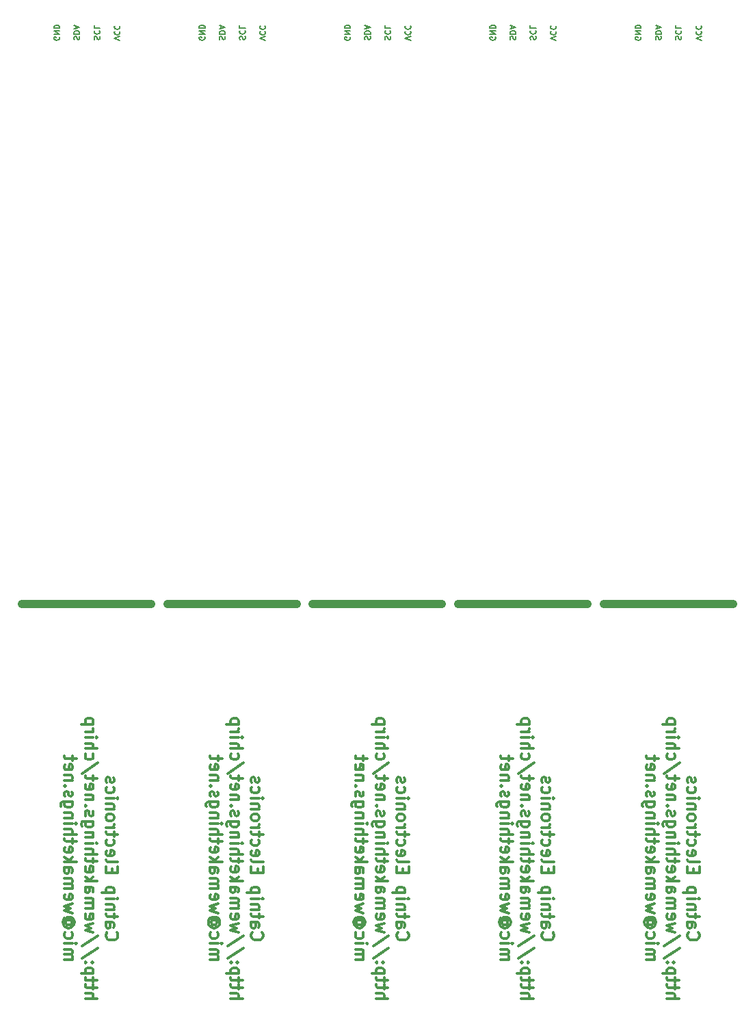
<source format=gbr>
G04 #@! TF.GenerationSoftware,KiCad,Pcbnew,no-vcs-found-7440~57~ubuntu14.04.1*
G04 #@! TF.CreationDate,2017-01-10T11:37:30+02:00*
G04 #@! TF.ProjectId,i2c-moist-sensor-pannel,6932632D6D6F6973742D73656E736F72,rev?*
G04 #@! TF.FileFunction,Legend,Bot*
G04 #@! TF.FilePolarity,Positive*
%FSLAX46Y46*%
G04 Gerber Fmt 4.6, Leading zero omitted, Abs format (unit mm)*
G04 Created by KiCad (PCBNEW no-vcs-found-7440~57~ubuntu14.04.1) date Tue Jan 10 11:37:30 2017*
%MOMM*%
%LPD*%
G01*
G04 APERTURE LIST*
%ADD10C,0.100000*%
%ADD11C,0.175000*%
%ADD12C,0.300000*%
%ADD13C,1.000000*%
%ADD14O,1.524000X2.199640*%
%ADD15R,1.524000X2.199640*%
%ADD16C,1.727200*%
%ADD17R,1.727200X1.727200*%
G04 APERTURE END LIST*
D10*
D11*
X92466666Y-30100000D02*
X92433333Y-30000000D01*
X92433333Y-29833333D01*
X92466666Y-29766666D01*
X92500000Y-29733333D01*
X92566666Y-29700000D01*
X92633333Y-29700000D01*
X92700000Y-29733333D01*
X92733333Y-29766666D01*
X92766666Y-29833333D01*
X92800000Y-29966666D01*
X92833333Y-30033333D01*
X92866666Y-30066666D01*
X92933333Y-30100000D01*
X93000000Y-30100000D01*
X93066666Y-30066666D01*
X93100000Y-30033333D01*
X93133333Y-29966666D01*
X93133333Y-29800000D01*
X93100000Y-29700000D01*
X92433333Y-29400000D02*
X93133333Y-29400000D01*
X93133333Y-29233333D01*
X93100000Y-29133333D01*
X93033333Y-29066666D01*
X92966666Y-29033333D01*
X92833333Y-29000000D01*
X92733333Y-29000000D01*
X92600000Y-29033333D01*
X92533333Y-29066666D01*
X92466666Y-29133333D01*
X92433333Y-29233333D01*
X92433333Y-29400000D01*
X92633333Y-28733333D02*
X92633333Y-28400000D01*
X92433333Y-28800000D02*
X93133333Y-28566666D01*
X92433333Y-28333333D01*
X90600000Y-29783333D02*
X90633333Y-29850000D01*
X90633333Y-29950000D01*
X90600000Y-30050000D01*
X90533333Y-30116666D01*
X90466666Y-30150000D01*
X90333333Y-30183333D01*
X90233333Y-30183333D01*
X90100000Y-30150000D01*
X90033333Y-30116666D01*
X89966666Y-30050000D01*
X89933333Y-29950000D01*
X89933333Y-29883333D01*
X89966666Y-29783333D01*
X90000000Y-29750000D01*
X90233333Y-29750000D01*
X90233333Y-29883333D01*
X89933333Y-29450000D02*
X90633333Y-29450000D01*
X89933333Y-29050000D01*
X90633333Y-29050000D01*
X89933333Y-28716666D02*
X90633333Y-28716666D01*
X90633333Y-28550000D01*
X90600000Y-28450000D01*
X90533333Y-28383333D01*
X90466666Y-28350000D01*
X90333333Y-28316666D01*
X90233333Y-28316666D01*
X90100000Y-28350000D01*
X90033333Y-28383333D01*
X89966666Y-28450000D01*
X89933333Y-28550000D01*
X89933333Y-28716666D01*
X94966666Y-30083333D02*
X94933333Y-29983333D01*
X94933333Y-29816666D01*
X94966666Y-29750000D01*
X95000000Y-29716666D01*
X95066666Y-29683333D01*
X95133333Y-29683333D01*
X95200000Y-29716666D01*
X95233333Y-29750000D01*
X95266666Y-29816666D01*
X95300000Y-29950000D01*
X95333333Y-30016666D01*
X95366666Y-30050000D01*
X95433333Y-30083333D01*
X95500000Y-30083333D01*
X95566666Y-30050000D01*
X95600000Y-30016666D01*
X95633333Y-29950000D01*
X95633333Y-29783333D01*
X95600000Y-29683333D01*
X95000000Y-28983333D02*
X94966666Y-29016666D01*
X94933333Y-29116666D01*
X94933333Y-29183333D01*
X94966666Y-29283333D01*
X95033333Y-29350000D01*
X95100000Y-29383333D01*
X95233333Y-29416666D01*
X95333333Y-29416666D01*
X95466666Y-29383333D01*
X95533333Y-29350000D01*
X95600000Y-29283333D01*
X95633333Y-29183333D01*
X95633333Y-29116666D01*
X95600000Y-29016666D01*
X95566666Y-28983333D01*
X94933333Y-28350000D02*
X94933333Y-28683333D01*
X95633333Y-28683333D01*
X98133333Y-30183333D02*
X97433333Y-29950000D01*
X98133333Y-29716666D01*
X97500000Y-29083333D02*
X97466666Y-29116666D01*
X97433333Y-29216666D01*
X97433333Y-29283333D01*
X97466666Y-29383333D01*
X97533333Y-29450000D01*
X97600000Y-29483333D01*
X97733333Y-29516666D01*
X97833333Y-29516666D01*
X97966666Y-29483333D01*
X98033333Y-29450000D01*
X98100000Y-29383333D01*
X98133333Y-29283333D01*
X98133333Y-29216666D01*
X98100000Y-29116666D01*
X98066666Y-29083333D01*
X97500000Y-28383333D02*
X97466666Y-28416666D01*
X97433333Y-28516666D01*
X97433333Y-28583333D01*
X97466666Y-28683333D01*
X97533333Y-28750000D01*
X97600000Y-28783333D01*
X97733333Y-28816666D01*
X97833333Y-28816666D01*
X97966666Y-28783333D01*
X98033333Y-28750000D01*
X98100000Y-28683333D01*
X98133333Y-28583333D01*
X98133333Y-28516666D01*
X98100000Y-28416666D01*
X98066666Y-28383333D01*
X108600000Y-29783333D02*
X108633333Y-29850000D01*
X108633333Y-29950000D01*
X108600000Y-30050000D01*
X108533333Y-30116666D01*
X108466666Y-30150000D01*
X108333333Y-30183333D01*
X108233333Y-30183333D01*
X108100000Y-30150000D01*
X108033333Y-30116666D01*
X107966666Y-30050000D01*
X107933333Y-29950000D01*
X107933333Y-29883333D01*
X107966666Y-29783333D01*
X108000000Y-29750000D01*
X108233333Y-29750000D01*
X108233333Y-29883333D01*
X107933333Y-29450000D02*
X108633333Y-29450000D01*
X107933333Y-29050000D01*
X108633333Y-29050000D01*
X107933333Y-28716666D02*
X108633333Y-28716666D01*
X108633333Y-28550000D01*
X108600000Y-28450000D01*
X108533333Y-28383333D01*
X108466666Y-28350000D01*
X108333333Y-28316666D01*
X108233333Y-28316666D01*
X108100000Y-28350000D01*
X108033333Y-28383333D01*
X107966666Y-28450000D01*
X107933333Y-28550000D01*
X107933333Y-28716666D01*
X110466666Y-30100000D02*
X110433333Y-30000000D01*
X110433333Y-29833333D01*
X110466666Y-29766666D01*
X110500000Y-29733333D01*
X110566666Y-29700000D01*
X110633333Y-29700000D01*
X110700000Y-29733333D01*
X110733333Y-29766666D01*
X110766666Y-29833333D01*
X110800000Y-29966666D01*
X110833333Y-30033333D01*
X110866666Y-30066666D01*
X110933333Y-30100000D01*
X111000000Y-30100000D01*
X111066666Y-30066666D01*
X111100000Y-30033333D01*
X111133333Y-29966666D01*
X111133333Y-29800000D01*
X111100000Y-29700000D01*
X110433333Y-29400000D02*
X111133333Y-29400000D01*
X111133333Y-29233333D01*
X111100000Y-29133333D01*
X111033333Y-29066666D01*
X110966666Y-29033333D01*
X110833333Y-29000000D01*
X110733333Y-29000000D01*
X110600000Y-29033333D01*
X110533333Y-29066666D01*
X110466666Y-29133333D01*
X110433333Y-29233333D01*
X110433333Y-29400000D01*
X110633333Y-28733333D02*
X110633333Y-28400000D01*
X110433333Y-28800000D02*
X111133333Y-28566666D01*
X110433333Y-28333333D01*
X112966666Y-30083333D02*
X112933333Y-29983333D01*
X112933333Y-29816666D01*
X112966666Y-29750000D01*
X113000000Y-29716666D01*
X113066666Y-29683333D01*
X113133333Y-29683333D01*
X113200000Y-29716666D01*
X113233333Y-29750000D01*
X113266666Y-29816666D01*
X113300000Y-29950000D01*
X113333333Y-30016666D01*
X113366666Y-30050000D01*
X113433333Y-30083333D01*
X113500000Y-30083333D01*
X113566666Y-30050000D01*
X113600000Y-30016666D01*
X113633333Y-29950000D01*
X113633333Y-29783333D01*
X113600000Y-29683333D01*
X113000000Y-28983333D02*
X112966666Y-29016666D01*
X112933333Y-29116666D01*
X112933333Y-29183333D01*
X112966666Y-29283333D01*
X113033333Y-29350000D01*
X113100000Y-29383333D01*
X113233333Y-29416666D01*
X113333333Y-29416666D01*
X113466666Y-29383333D01*
X113533333Y-29350000D01*
X113600000Y-29283333D01*
X113633333Y-29183333D01*
X113633333Y-29116666D01*
X113600000Y-29016666D01*
X113566666Y-28983333D01*
X112933333Y-28350000D02*
X112933333Y-28683333D01*
X113633333Y-28683333D01*
X116133333Y-30183333D02*
X115433333Y-29950000D01*
X116133333Y-29716666D01*
X115500000Y-29083333D02*
X115466666Y-29116666D01*
X115433333Y-29216666D01*
X115433333Y-29283333D01*
X115466666Y-29383333D01*
X115533333Y-29450000D01*
X115600000Y-29483333D01*
X115733333Y-29516666D01*
X115833333Y-29516666D01*
X115966666Y-29483333D01*
X116033333Y-29450000D01*
X116100000Y-29383333D01*
X116133333Y-29283333D01*
X116133333Y-29216666D01*
X116100000Y-29116666D01*
X116066666Y-29083333D01*
X115500000Y-28383333D02*
X115466666Y-28416666D01*
X115433333Y-28516666D01*
X115433333Y-28583333D01*
X115466666Y-28683333D01*
X115533333Y-28750000D01*
X115600000Y-28783333D01*
X115733333Y-28816666D01*
X115833333Y-28816666D01*
X115966666Y-28783333D01*
X116033333Y-28750000D01*
X116100000Y-28683333D01*
X116133333Y-28583333D01*
X116133333Y-28516666D01*
X116100000Y-28416666D01*
X116066666Y-28383333D01*
X164466666Y-30100000D02*
X164433333Y-30000000D01*
X164433333Y-29833333D01*
X164466666Y-29766666D01*
X164500000Y-29733333D01*
X164566666Y-29700000D01*
X164633333Y-29700000D01*
X164700000Y-29733333D01*
X164733333Y-29766666D01*
X164766666Y-29833333D01*
X164800000Y-29966666D01*
X164833333Y-30033333D01*
X164866666Y-30066666D01*
X164933333Y-30100000D01*
X165000000Y-30100000D01*
X165066666Y-30066666D01*
X165100000Y-30033333D01*
X165133333Y-29966666D01*
X165133333Y-29800000D01*
X165100000Y-29700000D01*
X164433333Y-29400000D02*
X165133333Y-29400000D01*
X165133333Y-29233333D01*
X165100000Y-29133333D01*
X165033333Y-29066666D01*
X164966666Y-29033333D01*
X164833333Y-29000000D01*
X164733333Y-29000000D01*
X164600000Y-29033333D01*
X164533333Y-29066666D01*
X164466666Y-29133333D01*
X164433333Y-29233333D01*
X164433333Y-29400000D01*
X164633333Y-28733333D02*
X164633333Y-28400000D01*
X164433333Y-28800000D02*
X165133333Y-28566666D01*
X164433333Y-28333333D01*
X166966666Y-30083333D02*
X166933333Y-29983333D01*
X166933333Y-29816666D01*
X166966666Y-29750000D01*
X167000000Y-29716666D01*
X167066666Y-29683333D01*
X167133333Y-29683333D01*
X167200000Y-29716666D01*
X167233333Y-29750000D01*
X167266666Y-29816666D01*
X167300000Y-29950000D01*
X167333333Y-30016666D01*
X167366666Y-30050000D01*
X167433333Y-30083333D01*
X167500000Y-30083333D01*
X167566666Y-30050000D01*
X167600000Y-30016666D01*
X167633333Y-29950000D01*
X167633333Y-29783333D01*
X167600000Y-29683333D01*
X167000000Y-28983333D02*
X166966666Y-29016666D01*
X166933333Y-29116666D01*
X166933333Y-29183333D01*
X166966666Y-29283333D01*
X167033333Y-29350000D01*
X167100000Y-29383333D01*
X167233333Y-29416666D01*
X167333333Y-29416666D01*
X167466666Y-29383333D01*
X167533333Y-29350000D01*
X167600000Y-29283333D01*
X167633333Y-29183333D01*
X167633333Y-29116666D01*
X167600000Y-29016666D01*
X167566666Y-28983333D01*
X166933333Y-28350000D02*
X166933333Y-28683333D01*
X167633333Y-28683333D01*
X170133333Y-30183333D02*
X169433333Y-29950000D01*
X170133333Y-29716666D01*
X169500000Y-29083333D02*
X169466666Y-29116666D01*
X169433333Y-29216666D01*
X169433333Y-29283333D01*
X169466666Y-29383333D01*
X169533333Y-29450000D01*
X169600000Y-29483333D01*
X169733333Y-29516666D01*
X169833333Y-29516666D01*
X169966666Y-29483333D01*
X170033333Y-29450000D01*
X170100000Y-29383333D01*
X170133333Y-29283333D01*
X170133333Y-29216666D01*
X170100000Y-29116666D01*
X170066666Y-29083333D01*
X169500000Y-28383333D02*
X169466666Y-28416666D01*
X169433333Y-28516666D01*
X169433333Y-28583333D01*
X169466666Y-28683333D01*
X169533333Y-28750000D01*
X169600000Y-28783333D01*
X169733333Y-28816666D01*
X169833333Y-28816666D01*
X169966666Y-28783333D01*
X170033333Y-28750000D01*
X170100000Y-28683333D01*
X170133333Y-28583333D01*
X170133333Y-28516666D01*
X170100000Y-28416666D01*
X170066666Y-28383333D01*
X162600000Y-29783333D02*
X162633333Y-29850000D01*
X162633333Y-29950000D01*
X162600000Y-30050000D01*
X162533333Y-30116666D01*
X162466666Y-30150000D01*
X162333333Y-30183333D01*
X162233333Y-30183333D01*
X162100000Y-30150000D01*
X162033333Y-30116666D01*
X161966666Y-30050000D01*
X161933333Y-29950000D01*
X161933333Y-29883333D01*
X161966666Y-29783333D01*
X162000000Y-29750000D01*
X162233333Y-29750000D01*
X162233333Y-29883333D01*
X161933333Y-29450000D02*
X162633333Y-29450000D01*
X161933333Y-29050000D01*
X162633333Y-29050000D01*
X161933333Y-28716666D02*
X162633333Y-28716666D01*
X162633333Y-28550000D01*
X162600000Y-28450000D01*
X162533333Y-28383333D01*
X162466666Y-28350000D01*
X162333333Y-28316666D01*
X162233333Y-28316666D01*
X162100000Y-28350000D01*
X162033333Y-28383333D01*
X161966666Y-28450000D01*
X161933333Y-28550000D01*
X161933333Y-28716666D01*
X134133333Y-30183333D02*
X133433333Y-29950000D01*
X134133333Y-29716666D01*
X133500000Y-29083333D02*
X133466666Y-29116666D01*
X133433333Y-29216666D01*
X133433333Y-29283333D01*
X133466666Y-29383333D01*
X133533333Y-29450000D01*
X133600000Y-29483333D01*
X133733333Y-29516666D01*
X133833333Y-29516666D01*
X133966666Y-29483333D01*
X134033333Y-29450000D01*
X134100000Y-29383333D01*
X134133333Y-29283333D01*
X134133333Y-29216666D01*
X134100000Y-29116666D01*
X134066666Y-29083333D01*
X133500000Y-28383333D02*
X133466666Y-28416666D01*
X133433333Y-28516666D01*
X133433333Y-28583333D01*
X133466666Y-28683333D01*
X133533333Y-28750000D01*
X133600000Y-28783333D01*
X133733333Y-28816666D01*
X133833333Y-28816666D01*
X133966666Y-28783333D01*
X134033333Y-28750000D01*
X134100000Y-28683333D01*
X134133333Y-28583333D01*
X134133333Y-28516666D01*
X134100000Y-28416666D01*
X134066666Y-28383333D01*
X128466666Y-30100000D02*
X128433333Y-30000000D01*
X128433333Y-29833333D01*
X128466666Y-29766666D01*
X128500000Y-29733333D01*
X128566666Y-29700000D01*
X128633333Y-29700000D01*
X128700000Y-29733333D01*
X128733333Y-29766666D01*
X128766666Y-29833333D01*
X128800000Y-29966666D01*
X128833333Y-30033333D01*
X128866666Y-30066666D01*
X128933333Y-30100000D01*
X129000000Y-30100000D01*
X129066666Y-30066666D01*
X129100000Y-30033333D01*
X129133333Y-29966666D01*
X129133333Y-29800000D01*
X129100000Y-29700000D01*
X128433333Y-29400000D02*
X129133333Y-29400000D01*
X129133333Y-29233333D01*
X129100000Y-29133333D01*
X129033333Y-29066666D01*
X128966666Y-29033333D01*
X128833333Y-29000000D01*
X128733333Y-29000000D01*
X128600000Y-29033333D01*
X128533333Y-29066666D01*
X128466666Y-29133333D01*
X128433333Y-29233333D01*
X128433333Y-29400000D01*
X128633333Y-28733333D02*
X128633333Y-28400000D01*
X128433333Y-28800000D02*
X129133333Y-28566666D01*
X128433333Y-28333333D01*
X130966666Y-30083333D02*
X130933333Y-29983333D01*
X130933333Y-29816666D01*
X130966666Y-29750000D01*
X131000000Y-29716666D01*
X131066666Y-29683333D01*
X131133333Y-29683333D01*
X131200000Y-29716666D01*
X131233333Y-29750000D01*
X131266666Y-29816666D01*
X131300000Y-29950000D01*
X131333333Y-30016666D01*
X131366666Y-30050000D01*
X131433333Y-30083333D01*
X131500000Y-30083333D01*
X131566666Y-30050000D01*
X131600000Y-30016666D01*
X131633333Y-29950000D01*
X131633333Y-29783333D01*
X131600000Y-29683333D01*
X131000000Y-28983333D02*
X130966666Y-29016666D01*
X130933333Y-29116666D01*
X130933333Y-29183333D01*
X130966666Y-29283333D01*
X131033333Y-29350000D01*
X131100000Y-29383333D01*
X131233333Y-29416666D01*
X131333333Y-29416666D01*
X131466666Y-29383333D01*
X131533333Y-29350000D01*
X131600000Y-29283333D01*
X131633333Y-29183333D01*
X131633333Y-29116666D01*
X131600000Y-29016666D01*
X131566666Y-28983333D01*
X130933333Y-28350000D02*
X130933333Y-28683333D01*
X131633333Y-28683333D01*
X126600000Y-29783333D02*
X126633333Y-29850000D01*
X126633333Y-29950000D01*
X126600000Y-30050000D01*
X126533333Y-30116666D01*
X126466666Y-30150000D01*
X126333333Y-30183333D01*
X126233333Y-30183333D01*
X126100000Y-30150000D01*
X126033333Y-30116666D01*
X125966666Y-30050000D01*
X125933333Y-29950000D01*
X125933333Y-29883333D01*
X125966666Y-29783333D01*
X126000000Y-29750000D01*
X126233333Y-29750000D01*
X126233333Y-29883333D01*
X125933333Y-29450000D02*
X126633333Y-29450000D01*
X125933333Y-29050000D01*
X126633333Y-29050000D01*
X125933333Y-28716666D02*
X126633333Y-28716666D01*
X126633333Y-28550000D01*
X126600000Y-28450000D01*
X126533333Y-28383333D01*
X126466666Y-28350000D01*
X126333333Y-28316666D01*
X126233333Y-28316666D01*
X126100000Y-28350000D01*
X126033333Y-28383333D01*
X125966666Y-28450000D01*
X125933333Y-28550000D01*
X125933333Y-28716666D01*
X144600000Y-29783333D02*
X144633333Y-29850000D01*
X144633333Y-29950000D01*
X144600000Y-30050000D01*
X144533333Y-30116666D01*
X144466666Y-30150000D01*
X144333333Y-30183333D01*
X144233333Y-30183333D01*
X144100000Y-30150000D01*
X144033333Y-30116666D01*
X143966666Y-30050000D01*
X143933333Y-29950000D01*
X143933333Y-29883333D01*
X143966666Y-29783333D01*
X144000000Y-29750000D01*
X144233333Y-29750000D01*
X144233333Y-29883333D01*
X143933333Y-29450000D02*
X144633333Y-29450000D01*
X143933333Y-29050000D01*
X144633333Y-29050000D01*
X143933333Y-28716666D02*
X144633333Y-28716666D01*
X144633333Y-28550000D01*
X144600000Y-28450000D01*
X144533333Y-28383333D01*
X144466666Y-28350000D01*
X144333333Y-28316666D01*
X144233333Y-28316666D01*
X144100000Y-28350000D01*
X144033333Y-28383333D01*
X143966666Y-28450000D01*
X143933333Y-28550000D01*
X143933333Y-28716666D01*
X146466666Y-30100000D02*
X146433333Y-30000000D01*
X146433333Y-29833333D01*
X146466666Y-29766666D01*
X146500000Y-29733333D01*
X146566666Y-29700000D01*
X146633333Y-29700000D01*
X146700000Y-29733333D01*
X146733333Y-29766666D01*
X146766666Y-29833333D01*
X146800000Y-29966666D01*
X146833333Y-30033333D01*
X146866666Y-30066666D01*
X146933333Y-30100000D01*
X147000000Y-30100000D01*
X147066666Y-30066666D01*
X147100000Y-30033333D01*
X147133333Y-29966666D01*
X147133333Y-29800000D01*
X147100000Y-29700000D01*
X146433333Y-29400000D02*
X147133333Y-29400000D01*
X147133333Y-29233333D01*
X147100000Y-29133333D01*
X147033333Y-29066666D01*
X146966666Y-29033333D01*
X146833333Y-29000000D01*
X146733333Y-29000000D01*
X146600000Y-29033333D01*
X146533333Y-29066666D01*
X146466666Y-29133333D01*
X146433333Y-29233333D01*
X146433333Y-29400000D01*
X146633333Y-28733333D02*
X146633333Y-28400000D01*
X146433333Y-28800000D02*
X147133333Y-28566666D01*
X146433333Y-28333333D01*
X148966666Y-30083333D02*
X148933333Y-29983333D01*
X148933333Y-29816666D01*
X148966666Y-29750000D01*
X149000000Y-29716666D01*
X149066666Y-29683333D01*
X149133333Y-29683333D01*
X149200000Y-29716666D01*
X149233333Y-29750000D01*
X149266666Y-29816666D01*
X149300000Y-29950000D01*
X149333333Y-30016666D01*
X149366666Y-30050000D01*
X149433333Y-30083333D01*
X149500000Y-30083333D01*
X149566666Y-30050000D01*
X149600000Y-30016666D01*
X149633333Y-29950000D01*
X149633333Y-29783333D01*
X149600000Y-29683333D01*
X149000000Y-28983333D02*
X148966666Y-29016666D01*
X148933333Y-29116666D01*
X148933333Y-29183333D01*
X148966666Y-29283333D01*
X149033333Y-29350000D01*
X149100000Y-29383333D01*
X149233333Y-29416666D01*
X149333333Y-29416666D01*
X149466666Y-29383333D01*
X149533333Y-29350000D01*
X149600000Y-29283333D01*
X149633333Y-29183333D01*
X149633333Y-29116666D01*
X149600000Y-29016666D01*
X149566666Y-28983333D01*
X148933333Y-28350000D02*
X148933333Y-28683333D01*
X149633333Y-28683333D01*
X152133333Y-30183333D02*
X151433333Y-29950000D01*
X152133333Y-29716666D01*
X151500000Y-29083333D02*
X151466666Y-29116666D01*
X151433333Y-29216666D01*
X151433333Y-29283333D01*
X151466666Y-29383333D01*
X151533333Y-29450000D01*
X151600000Y-29483333D01*
X151733333Y-29516666D01*
X151833333Y-29516666D01*
X151966666Y-29483333D01*
X152033333Y-29450000D01*
X152100000Y-29383333D01*
X152133333Y-29283333D01*
X152133333Y-29216666D01*
X152100000Y-29116666D01*
X152066666Y-29083333D01*
X151500000Y-28383333D02*
X151466666Y-28416666D01*
X151433333Y-28516666D01*
X151433333Y-28583333D01*
X151466666Y-28683333D01*
X151533333Y-28750000D01*
X151600000Y-28783333D01*
X151733333Y-28816666D01*
X151833333Y-28816666D01*
X151966666Y-28783333D01*
X152033333Y-28750000D01*
X152100000Y-28683333D01*
X152133333Y-28583333D01*
X152133333Y-28516666D01*
X152100000Y-28416666D01*
X152066666Y-28383333D01*
D12*
X96514285Y-140642857D02*
X96442857Y-140714285D01*
X96371428Y-140928571D01*
X96371428Y-141071428D01*
X96442857Y-141285714D01*
X96585714Y-141428571D01*
X96728571Y-141500000D01*
X97014285Y-141571428D01*
X97228571Y-141571428D01*
X97514285Y-141500000D01*
X97657142Y-141428571D01*
X97800000Y-141285714D01*
X97871428Y-141071428D01*
X97871428Y-140928571D01*
X97800000Y-140714285D01*
X97728571Y-140642857D01*
X96371428Y-139357142D02*
X97157142Y-139357142D01*
X97300000Y-139428571D01*
X97371428Y-139571428D01*
X97371428Y-139857142D01*
X97300000Y-140000000D01*
X96442857Y-139357142D02*
X96371428Y-139500000D01*
X96371428Y-139857142D01*
X96442857Y-140000000D01*
X96585714Y-140071428D01*
X96728571Y-140071428D01*
X96871428Y-140000000D01*
X96942857Y-139857142D01*
X96942857Y-139500000D01*
X97014285Y-139357142D01*
X97371428Y-138857142D02*
X97371428Y-138285714D01*
X97871428Y-138642857D02*
X96585714Y-138642857D01*
X96442857Y-138571428D01*
X96371428Y-138428571D01*
X96371428Y-138285714D01*
X97371428Y-137785714D02*
X96371428Y-137785714D01*
X97228571Y-137785714D02*
X97300000Y-137714285D01*
X97371428Y-137571428D01*
X97371428Y-137357142D01*
X97300000Y-137214285D01*
X97157142Y-137142857D01*
X96371428Y-137142857D01*
X96371428Y-136428571D02*
X97371428Y-136428571D01*
X97871428Y-136428571D02*
X97800000Y-136500000D01*
X97728571Y-136428571D01*
X97800000Y-136357142D01*
X97871428Y-136428571D01*
X97728571Y-136428571D01*
X97371428Y-135714285D02*
X95871428Y-135714285D01*
X97300000Y-135714285D02*
X97371428Y-135571428D01*
X97371428Y-135285714D01*
X97300000Y-135142857D01*
X97228571Y-135071428D01*
X97085714Y-135000000D01*
X96657142Y-135000000D01*
X96514285Y-135071428D01*
X96442857Y-135142857D01*
X96371428Y-135285714D01*
X96371428Y-135571428D01*
X96442857Y-135714285D01*
X97157142Y-133214285D02*
X97157142Y-132714285D01*
X96371428Y-132500000D02*
X96371428Y-133214285D01*
X97871428Y-133214285D01*
X97871428Y-132500000D01*
X96371428Y-131642857D02*
X96442857Y-131785714D01*
X96585714Y-131857142D01*
X97871428Y-131857142D01*
X96442857Y-130500000D02*
X96371428Y-130642857D01*
X96371428Y-130928571D01*
X96442857Y-131071428D01*
X96585714Y-131142857D01*
X97157142Y-131142857D01*
X97300000Y-131071428D01*
X97371428Y-130928571D01*
X97371428Y-130642857D01*
X97300000Y-130500000D01*
X97157142Y-130428571D01*
X97014285Y-130428571D01*
X96871428Y-131142857D01*
X96442857Y-129142857D02*
X96371428Y-129285714D01*
X96371428Y-129571428D01*
X96442857Y-129714285D01*
X96514285Y-129785714D01*
X96657142Y-129857142D01*
X97085714Y-129857142D01*
X97228571Y-129785714D01*
X97300000Y-129714285D01*
X97371428Y-129571428D01*
X97371428Y-129285714D01*
X97300000Y-129142857D01*
X97371428Y-128714285D02*
X97371428Y-128142857D01*
X97871428Y-128500000D02*
X96585714Y-128500000D01*
X96442857Y-128428571D01*
X96371428Y-128285714D01*
X96371428Y-128142857D01*
X96371428Y-127642857D02*
X97371428Y-127642857D01*
X97085714Y-127642857D02*
X97228571Y-127571428D01*
X97300000Y-127500000D01*
X97371428Y-127357142D01*
X97371428Y-127214285D01*
X96371428Y-126500000D02*
X96442857Y-126642857D01*
X96514285Y-126714285D01*
X96657142Y-126785714D01*
X97085714Y-126785714D01*
X97228571Y-126714285D01*
X97300000Y-126642857D01*
X97371428Y-126500000D01*
X97371428Y-126285714D01*
X97300000Y-126142857D01*
X97228571Y-126071428D01*
X97085714Y-126000000D01*
X96657142Y-126000000D01*
X96514285Y-126071428D01*
X96442857Y-126142857D01*
X96371428Y-126285714D01*
X96371428Y-126500000D01*
X97371428Y-125357142D02*
X96371428Y-125357142D01*
X97228571Y-125357142D02*
X97300000Y-125285714D01*
X97371428Y-125142857D01*
X97371428Y-124928571D01*
X97300000Y-124785714D01*
X97157142Y-124714285D01*
X96371428Y-124714285D01*
X96371428Y-124000000D02*
X97371428Y-124000000D01*
X97871428Y-124000000D02*
X97800000Y-124071428D01*
X97728571Y-124000000D01*
X97800000Y-123928571D01*
X97871428Y-124000000D01*
X97728571Y-124000000D01*
X96442857Y-122642857D02*
X96371428Y-122785714D01*
X96371428Y-123071428D01*
X96442857Y-123214285D01*
X96514285Y-123285714D01*
X96657142Y-123357142D01*
X97085714Y-123357142D01*
X97228571Y-123285714D01*
X97300000Y-123214285D01*
X97371428Y-123071428D01*
X97371428Y-122785714D01*
X97300000Y-122642857D01*
X96442857Y-122071428D02*
X96371428Y-121928571D01*
X96371428Y-121642857D01*
X96442857Y-121500000D01*
X96585714Y-121428571D01*
X96657142Y-121428571D01*
X96800000Y-121500000D01*
X96871428Y-121642857D01*
X96871428Y-121857142D01*
X96942857Y-122000000D01*
X97085714Y-122071428D01*
X97157142Y-122071428D01*
X97300000Y-122000000D01*
X97371428Y-121857142D01*
X97371428Y-121642857D01*
X97300000Y-121500000D01*
X93821428Y-148785714D02*
X95321428Y-148785714D01*
X93821428Y-148142857D02*
X94607142Y-148142857D01*
X94750000Y-148214285D01*
X94821428Y-148357142D01*
X94821428Y-148571428D01*
X94750000Y-148714285D01*
X94678571Y-148785714D01*
X94821428Y-147642857D02*
X94821428Y-147071428D01*
X95321428Y-147428571D02*
X94035714Y-147428571D01*
X93892857Y-147357142D01*
X93821428Y-147214285D01*
X93821428Y-147071428D01*
X94821428Y-146785714D02*
X94821428Y-146214285D01*
X95321428Y-146571428D02*
X94035714Y-146571428D01*
X93892857Y-146500000D01*
X93821428Y-146357142D01*
X93821428Y-146214285D01*
X94821428Y-145714285D02*
X93321428Y-145714285D01*
X94750000Y-145714285D02*
X94821428Y-145571428D01*
X94821428Y-145285714D01*
X94750000Y-145142857D01*
X94678571Y-145071428D01*
X94535714Y-145000000D01*
X94107142Y-145000000D01*
X93964285Y-145071428D01*
X93892857Y-145142857D01*
X93821428Y-145285714D01*
X93821428Y-145571428D01*
X93892857Y-145714285D01*
X93964285Y-144357142D02*
X93892857Y-144285714D01*
X93821428Y-144357142D01*
X93892857Y-144428571D01*
X93964285Y-144357142D01*
X93821428Y-144357142D01*
X94750000Y-144357142D02*
X94678571Y-144285714D01*
X94607142Y-144357142D01*
X94678571Y-144428571D01*
X94750000Y-144357142D01*
X94607142Y-144357142D01*
X95392857Y-142571428D02*
X93464285Y-143857142D01*
X95392857Y-141000000D02*
X93464285Y-142285714D01*
X94821428Y-140642857D02*
X93821428Y-140357142D01*
X94535714Y-140071428D01*
X93821428Y-139785714D01*
X94821428Y-139500000D01*
X93892857Y-138357142D02*
X93821428Y-138500000D01*
X93821428Y-138785714D01*
X93892857Y-138928571D01*
X94035714Y-139000000D01*
X94607142Y-139000000D01*
X94750000Y-138928571D01*
X94821428Y-138785714D01*
X94821428Y-138500000D01*
X94750000Y-138357142D01*
X94607142Y-138285714D01*
X94464285Y-138285714D01*
X94321428Y-139000000D01*
X93821428Y-137642857D02*
X94821428Y-137642857D01*
X94678571Y-137642857D02*
X94750000Y-137571428D01*
X94821428Y-137428571D01*
X94821428Y-137214285D01*
X94750000Y-137071428D01*
X94607142Y-137000000D01*
X93821428Y-137000000D01*
X94607142Y-137000000D02*
X94750000Y-136928571D01*
X94821428Y-136785714D01*
X94821428Y-136571428D01*
X94750000Y-136428571D01*
X94607142Y-136357142D01*
X93821428Y-136357142D01*
X93821428Y-135000000D02*
X94607142Y-135000000D01*
X94750000Y-135071428D01*
X94821428Y-135214285D01*
X94821428Y-135500000D01*
X94750000Y-135642857D01*
X93892857Y-135000000D02*
X93821428Y-135142857D01*
X93821428Y-135500000D01*
X93892857Y-135642857D01*
X94035714Y-135714285D01*
X94178571Y-135714285D01*
X94321428Y-135642857D01*
X94392857Y-135500000D01*
X94392857Y-135142857D01*
X94464285Y-135000000D01*
X93821428Y-134285714D02*
X95321428Y-134285714D01*
X94392857Y-134142857D02*
X93821428Y-133714285D01*
X94821428Y-133714285D02*
X94250000Y-134285714D01*
X93892857Y-132500000D02*
X93821428Y-132642857D01*
X93821428Y-132928571D01*
X93892857Y-133071428D01*
X94035714Y-133142857D01*
X94607142Y-133142857D01*
X94750000Y-133071428D01*
X94821428Y-132928571D01*
X94821428Y-132642857D01*
X94750000Y-132500000D01*
X94607142Y-132428571D01*
X94464285Y-132428571D01*
X94321428Y-133142857D01*
X94821428Y-132000000D02*
X94821428Y-131428571D01*
X95321428Y-131785714D02*
X94035714Y-131785714D01*
X93892857Y-131714285D01*
X93821428Y-131571428D01*
X93821428Y-131428571D01*
X93821428Y-130928571D02*
X95321428Y-130928571D01*
X93821428Y-130285714D02*
X94607142Y-130285714D01*
X94750000Y-130357142D01*
X94821428Y-130500000D01*
X94821428Y-130714285D01*
X94750000Y-130857142D01*
X94678571Y-130928571D01*
X93821428Y-129571428D02*
X94821428Y-129571428D01*
X95321428Y-129571428D02*
X95250000Y-129642857D01*
X95178571Y-129571428D01*
X95250000Y-129500000D01*
X95321428Y-129571428D01*
X95178571Y-129571428D01*
X94821428Y-128857142D02*
X93821428Y-128857142D01*
X94678571Y-128857142D02*
X94750000Y-128785714D01*
X94821428Y-128642857D01*
X94821428Y-128428571D01*
X94750000Y-128285714D01*
X94607142Y-128214285D01*
X93821428Y-128214285D01*
X94821428Y-126857142D02*
X93607142Y-126857142D01*
X93464285Y-126928571D01*
X93392857Y-127000000D01*
X93321428Y-127142857D01*
X93321428Y-127357142D01*
X93392857Y-127500000D01*
X93892857Y-126857142D02*
X93821428Y-127000000D01*
X93821428Y-127285714D01*
X93892857Y-127428571D01*
X93964285Y-127500000D01*
X94107142Y-127571428D01*
X94535714Y-127571428D01*
X94678571Y-127500000D01*
X94750000Y-127428571D01*
X94821428Y-127285714D01*
X94821428Y-127000000D01*
X94750000Y-126857142D01*
X93892857Y-126214285D02*
X93821428Y-126071428D01*
X93821428Y-125785714D01*
X93892857Y-125642857D01*
X94035714Y-125571428D01*
X94107142Y-125571428D01*
X94250000Y-125642857D01*
X94321428Y-125785714D01*
X94321428Y-126000000D01*
X94392857Y-126142857D01*
X94535714Y-126214285D01*
X94607142Y-126214285D01*
X94750000Y-126142857D01*
X94821428Y-126000000D01*
X94821428Y-125785714D01*
X94750000Y-125642857D01*
X93964285Y-124928571D02*
X93892857Y-124857142D01*
X93821428Y-124928571D01*
X93892857Y-125000000D01*
X93964285Y-124928571D01*
X93821428Y-124928571D01*
X94821428Y-124214285D02*
X93821428Y-124214285D01*
X94678571Y-124214285D02*
X94750000Y-124142857D01*
X94821428Y-124000000D01*
X94821428Y-123785714D01*
X94750000Y-123642857D01*
X94607142Y-123571428D01*
X93821428Y-123571428D01*
X93892857Y-122285714D02*
X93821428Y-122428571D01*
X93821428Y-122714285D01*
X93892857Y-122857142D01*
X94035714Y-122928571D01*
X94607142Y-122928571D01*
X94750000Y-122857142D01*
X94821428Y-122714285D01*
X94821428Y-122428571D01*
X94750000Y-122285714D01*
X94607142Y-122214285D01*
X94464285Y-122214285D01*
X94321428Y-122928571D01*
X94821428Y-121785714D02*
X94821428Y-121214285D01*
X95321428Y-121571428D02*
X94035714Y-121571428D01*
X93892857Y-121500000D01*
X93821428Y-121357142D01*
X93821428Y-121214285D01*
X95392857Y-119642857D02*
X93464285Y-120928571D01*
X93892857Y-118500000D02*
X93821428Y-118642857D01*
X93821428Y-118928571D01*
X93892857Y-119071428D01*
X93964285Y-119142857D01*
X94107142Y-119214285D01*
X94535714Y-119214285D01*
X94678571Y-119142857D01*
X94750000Y-119071428D01*
X94821428Y-118928571D01*
X94821428Y-118642857D01*
X94750000Y-118500000D01*
X93821428Y-117857142D02*
X95321428Y-117857142D01*
X93821428Y-117214285D02*
X94607142Y-117214285D01*
X94750000Y-117285714D01*
X94821428Y-117428571D01*
X94821428Y-117642857D01*
X94750000Y-117785714D01*
X94678571Y-117857142D01*
X93821428Y-116500000D02*
X94821428Y-116500000D01*
X95321428Y-116500000D02*
X95250000Y-116571428D01*
X95178571Y-116500000D01*
X95250000Y-116428571D01*
X95321428Y-116500000D01*
X95178571Y-116500000D01*
X93821428Y-115785714D02*
X94821428Y-115785714D01*
X94535714Y-115785714D02*
X94678571Y-115714285D01*
X94750000Y-115642857D01*
X94821428Y-115500000D01*
X94821428Y-115357142D01*
X94821428Y-114857142D02*
X93321428Y-114857142D01*
X94750000Y-114857142D02*
X94821428Y-114714285D01*
X94821428Y-114428571D01*
X94750000Y-114285714D01*
X94678571Y-114214285D01*
X94535714Y-114142857D01*
X94107142Y-114142857D01*
X93964285Y-114214285D01*
X93892857Y-114285714D01*
X93821428Y-114428571D01*
X93821428Y-114714285D01*
X93892857Y-114857142D01*
X91271428Y-144000000D02*
X92271428Y-144000000D01*
X92128571Y-144000000D02*
X92200000Y-143928571D01*
X92271428Y-143785714D01*
X92271428Y-143571428D01*
X92200000Y-143428571D01*
X92057142Y-143357142D01*
X91271428Y-143357142D01*
X92057142Y-143357142D02*
X92200000Y-143285714D01*
X92271428Y-143142857D01*
X92271428Y-142928571D01*
X92200000Y-142785714D01*
X92057142Y-142714285D01*
X91271428Y-142714285D01*
X91271428Y-142000000D02*
X92271428Y-142000000D01*
X92771428Y-142000000D02*
X92700000Y-142071428D01*
X92628571Y-142000000D01*
X92700000Y-141928571D01*
X92771428Y-142000000D01*
X92628571Y-142000000D01*
X91342857Y-140642857D02*
X91271428Y-140785714D01*
X91271428Y-141071428D01*
X91342857Y-141214285D01*
X91414285Y-141285714D01*
X91557142Y-141357142D01*
X91985714Y-141357142D01*
X92128571Y-141285714D01*
X92200000Y-141214285D01*
X92271428Y-141071428D01*
X92271428Y-140785714D01*
X92200000Y-140642857D01*
X91985714Y-139071428D02*
X92057142Y-139142857D01*
X92128571Y-139285714D01*
X92128571Y-139428571D01*
X92057142Y-139571428D01*
X91985714Y-139642857D01*
X91842857Y-139714285D01*
X91700000Y-139714285D01*
X91557142Y-139642857D01*
X91485714Y-139571428D01*
X91414285Y-139428571D01*
X91414285Y-139285714D01*
X91485714Y-139142857D01*
X91557142Y-139071428D01*
X92128571Y-139071428D02*
X91557142Y-139071428D01*
X91485714Y-139000000D01*
X91485714Y-138928571D01*
X91557142Y-138785714D01*
X91700000Y-138714285D01*
X92057142Y-138714285D01*
X92271428Y-138857142D01*
X92414285Y-139071428D01*
X92485714Y-139357142D01*
X92414285Y-139642857D01*
X92271428Y-139857142D01*
X92057142Y-140000000D01*
X91771428Y-140071428D01*
X91485714Y-140000000D01*
X91271428Y-139857142D01*
X91128571Y-139642857D01*
X91057142Y-139357142D01*
X91128571Y-139071428D01*
X91271428Y-138857142D01*
X92271428Y-138214285D02*
X91271428Y-137928571D01*
X91985714Y-137642857D01*
X91271428Y-137357142D01*
X92271428Y-137071428D01*
X91342857Y-135928571D02*
X91271428Y-136071428D01*
X91271428Y-136357142D01*
X91342857Y-136500000D01*
X91485714Y-136571428D01*
X92057142Y-136571428D01*
X92200000Y-136500000D01*
X92271428Y-136357142D01*
X92271428Y-136071428D01*
X92200000Y-135928571D01*
X92057142Y-135857142D01*
X91914285Y-135857142D01*
X91771428Y-136571428D01*
X91271428Y-135214285D02*
X92271428Y-135214285D01*
X92128571Y-135214285D02*
X92200000Y-135142857D01*
X92271428Y-135000000D01*
X92271428Y-134785714D01*
X92200000Y-134642857D01*
X92057142Y-134571428D01*
X91271428Y-134571428D01*
X92057142Y-134571428D02*
X92200000Y-134500000D01*
X92271428Y-134357142D01*
X92271428Y-134142857D01*
X92200000Y-134000000D01*
X92057142Y-133928571D01*
X91271428Y-133928571D01*
X91271428Y-132571428D02*
X92057142Y-132571428D01*
X92200000Y-132642857D01*
X92271428Y-132785714D01*
X92271428Y-133071428D01*
X92200000Y-133214285D01*
X91342857Y-132571428D02*
X91271428Y-132714285D01*
X91271428Y-133071428D01*
X91342857Y-133214285D01*
X91485714Y-133285714D01*
X91628571Y-133285714D01*
X91771428Y-133214285D01*
X91842857Y-133071428D01*
X91842857Y-132714285D01*
X91914285Y-132571428D01*
X91271428Y-131857142D02*
X92771428Y-131857142D01*
X91842857Y-131714285D02*
X91271428Y-131285714D01*
X92271428Y-131285714D02*
X91700000Y-131857142D01*
X91342857Y-130071428D02*
X91271428Y-130214285D01*
X91271428Y-130500000D01*
X91342857Y-130642857D01*
X91485714Y-130714285D01*
X92057142Y-130714285D01*
X92200000Y-130642857D01*
X92271428Y-130500000D01*
X92271428Y-130214285D01*
X92200000Y-130071428D01*
X92057142Y-130000000D01*
X91914285Y-130000000D01*
X91771428Y-130714285D01*
X92271428Y-129571428D02*
X92271428Y-129000000D01*
X92771428Y-129357142D02*
X91485714Y-129357142D01*
X91342857Y-129285714D01*
X91271428Y-129142857D01*
X91271428Y-129000000D01*
X91271428Y-128500000D02*
X92771428Y-128500000D01*
X91271428Y-127857142D02*
X92057142Y-127857142D01*
X92200000Y-127928571D01*
X92271428Y-128071428D01*
X92271428Y-128285714D01*
X92200000Y-128428571D01*
X92128571Y-128500000D01*
X91271428Y-127142857D02*
X92271428Y-127142857D01*
X92771428Y-127142857D02*
X92700000Y-127214285D01*
X92628571Y-127142857D01*
X92700000Y-127071428D01*
X92771428Y-127142857D01*
X92628571Y-127142857D01*
X92271428Y-126428571D02*
X91271428Y-126428571D01*
X92128571Y-126428571D02*
X92200000Y-126357142D01*
X92271428Y-126214285D01*
X92271428Y-126000000D01*
X92200000Y-125857142D01*
X92057142Y-125785714D01*
X91271428Y-125785714D01*
X92271428Y-124428571D02*
X91057142Y-124428571D01*
X90914285Y-124500000D01*
X90842857Y-124571428D01*
X90771428Y-124714285D01*
X90771428Y-124928571D01*
X90842857Y-125071428D01*
X91342857Y-124428571D02*
X91271428Y-124571428D01*
X91271428Y-124857142D01*
X91342857Y-125000000D01*
X91414285Y-125071428D01*
X91557142Y-125142857D01*
X91985714Y-125142857D01*
X92128571Y-125071428D01*
X92200000Y-125000000D01*
X92271428Y-124857142D01*
X92271428Y-124571428D01*
X92200000Y-124428571D01*
X91342857Y-123785714D02*
X91271428Y-123642857D01*
X91271428Y-123357142D01*
X91342857Y-123214285D01*
X91485714Y-123142857D01*
X91557142Y-123142857D01*
X91700000Y-123214285D01*
X91771428Y-123357142D01*
X91771428Y-123571428D01*
X91842857Y-123714285D01*
X91985714Y-123785714D01*
X92057142Y-123785714D01*
X92200000Y-123714285D01*
X92271428Y-123571428D01*
X92271428Y-123357142D01*
X92200000Y-123214285D01*
X91414285Y-122500000D02*
X91342857Y-122428571D01*
X91271428Y-122500000D01*
X91342857Y-122571428D01*
X91414285Y-122500000D01*
X91271428Y-122500000D01*
X92271428Y-121785714D02*
X91271428Y-121785714D01*
X92128571Y-121785714D02*
X92200000Y-121714285D01*
X92271428Y-121571428D01*
X92271428Y-121357142D01*
X92200000Y-121214285D01*
X92057142Y-121142857D01*
X91271428Y-121142857D01*
X91342857Y-119857142D02*
X91271428Y-120000000D01*
X91271428Y-120285714D01*
X91342857Y-120428571D01*
X91485714Y-120500000D01*
X92057142Y-120500000D01*
X92200000Y-120428571D01*
X92271428Y-120285714D01*
X92271428Y-120000000D01*
X92200000Y-119857142D01*
X92057142Y-119785714D01*
X91914285Y-119785714D01*
X91771428Y-120500000D01*
X92271428Y-119357142D02*
X92271428Y-118785714D01*
X92771428Y-119142857D02*
X91485714Y-119142857D01*
X91342857Y-119071428D01*
X91271428Y-118928571D01*
X91271428Y-118785714D01*
D13*
X86000000Y-100000000D02*
X102000000Y-100000000D01*
D12*
X114514285Y-140642857D02*
X114442857Y-140714285D01*
X114371428Y-140928571D01*
X114371428Y-141071428D01*
X114442857Y-141285714D01*
X114585714Y-141428571D01*
X114728571Y-141500000D01*
X115014285Y-141571428D01*
X115228571Y-141571428D01*
X115514285Y-141500000D01*
X115657142Y-141428571D01*
X115800000Y-141285714D01*
X115871428Y-141071428D01*
X115871428Y-140928571D01*
X115800000Y-140714285D01*
X115728571Y-140642857D01*
X114371428Y-139357142D02*
X115157142Y-139357142D01*
X115300000Y-139428571D01*
X115371428Y-139571428D01*
X115371428Y-139857142D01*
X115300000Y-140000000D01*
X114442857Y-139357142D02*
X114371428Y-139500000D01*
X114371428Y-139857142D01*
X114442857Y-140000000D01*
X114585714Y-140071428D01*
X114728571Y-140071428D01*
X114871428Y-140000000D01*
X114942857Y-139857142D01*
X114942857Y-139500000D01*
X115014285Y-139357142D01*
X115371428Y-138857142D02*
X115371428Y-138285714D01*
X115871428Y-138642857D02*
X114585714Y-138642857D01*
X114442857Y-138571428D01*
X114371428Y-138428571D01*
X114371428Y-138285714D01*
X115371428Y-137785714D02*
X114371428Y-137785714D01*
X115228571Y-137785714D02*
X115300000Y-137714285D01*
X115371428Y-137571428D01*
X115371428Y-137357142D01*
X115300000Y-137214285D01*
X115157142Y-137142857D01*
X114371428Y-137142857D01*
X114371428Y-136428571D02*
X115371428Y-136428571D01*
X115871428Y-136428571D02*
X115800000Y-136500000D01*
X115728571Y-136428571D01*
X115800000Y-136357142D01*
X115871428Y-136428571D01*
X115728571Y-136428571D01*
X115371428Y-135714285D02*
X113871428Y-135714285D01*
X115300000Y-135714285D02*
X115371428Y-135571428D01*
X115371428Y-135285714D01*
X115300000Y-135142857D01*
X115228571Y-135071428D01*
X115085714Y-135000000D01*
X114657142Y-135000000D01*
X114514285Y-135071428D01*
X114442857Y-135142857D01*
X114371428Y-135285714D01*
X114371428Y-135571428D01*
X114442857Y-135714285D01*
X115157142Y-133214285D02*
X115157142Y-132714285D01*
X114371428Y-132500000D02*
X114371428Y-133214285D01*
X115871428Y-133214285D01*
X115871428Y-132500000D01*
X114371428Y-131642857D02*
X114442857Y-131785714D01*
X114585714Y-131857142D01*
X115871428Y-131857142D01*
X114442857Y-130500000D02*
X114371428Y-130642857D01*
X114371428Y-130928571D01*
X114442857Y-131071428D01*
X114585714Y-131142857D01*
X115157142Y-131142857D01*
X115300000Y-131071428D01*
X115371428Y-130928571D01*
X115371428Y-130642857D01*
X115300000Y-130500000D01*
X115157142Y-130428571D01*
X115014285Y-130428571D01*
X114871428Y-131142857D01*
X114442857Y-129142857D02*
X114371428Y-129285714D01*
X114371428Y-129571428D01*
X114442857Y-129714285D01*
X114514285Y-129785714D01*
X114657142Y-129857142D01*
X115085714Y-129857142D01*
X115228571Y-129785714D01*
X115300000Y-129714285D01*
X115371428Y-129571428D01*
X115371428Y-129285714D01*
X115300000Y-129142857D01*
X115371428Y-128714285D02*
X115371428Y-128142857D01*
X115871428Y-128500000D02*
X114585714Y-128500000D01*
X114442857Y-128428571D01*
X114371428Y-128285714D01*
X114371428Y-128142857D01*
X114371428Y-127642857D02*
X115371428Y-127642857D01*
X115085714Y-127642857D02*
X115228571Y-127571428D01*
X115300000Y-127500000D01*
X115371428Y-127357142D01*
X115371428Y-127214285D01*
X114371428Y-126500000D02*
X114442857Y-126642857D01*
X114514285Y-126714285D01*
X114657142Y-126785714D01*
X115085714Y-126785714D01*
X115228571Y-126714285D01*
X115300000Y-126642857D01*
X115371428Y-126500000D01*
X115371428Y-126285714D01*
X115300000Y-126142857D01*
X115228571Y-126071428D01*
X115085714Y-126000000D01*
X114657142Y-126000000D01*
X114514285Y-126071428D01*
X114442857Y-126142857D01*
X114371428Y-126285714D01*
X114371428Y-126500000D01*
X115371428Y-125357142D02*
X114371428Y-125357142D01*
X115228571Y-125357142D02*
X115300000Y-125285714D01*
X115371428Y-125142857D01*
X115371428Y-124928571D01*
X115300000Y-124785714D01*
X115157142Y-124714285D01*
X114371428Y-124714285D01*
X114371428Y-124000000D02*
X115371428Y-124000000D01*
X115871428Y-124000000D02*
X115800000Y-124071428D01*
X115728571Y-124000000D01*
X115800000Y-123928571D01*
X115871428Y-124000000D01*
X115728571Y-124000000D01*
X114442857Y-122642857D02*
X114371428Y-122785714D01*
X114371428Y-123071428D01*
X114442857Y-123214285D01*
X114514285Y-123285714D01*
X114657142Y-123357142D01*
X115085714Y-123357142D01*
X115228571Y-123285714D01*
X115300000Y-123214285D01*
X115371428Y-123071428D01*
X115371428Y-122785714D01*
X115300000Y-122642857D01*
X114442857Y-122071428D02*
X114371428Y-121928571D01*
X114371428Y-121642857D01*
X114442857Y-121500000D01*
X114585714Y-121428571D01*
X114657142Y-121428571D01*
X114800000Y-121500000D01*
X114871428Y-121642857D01*
X114871428Y-121857142D01*
X114942857Y-122000000D01*
X115085714Y-122071428D01*
X115157142Y-122071428D01*
X115300000Y-122000000D01*
X115371428Y-121857142D01*
X115371428Y-121642857D01*
X115300000Y-121500000D01*
X111821428Y-148785714D02*
X113321428Y-148785714D01*
X111821428Y-148142857D02*
X112607142Y-148142857D01*
X112750000Y-148214285D01*
X112821428Y-148357142D01*
X112821428Y-148571428D01*
X112750000Y-148714285D01*
X112678571Y-148785714D01*
X112821428Y-147642857D02*
X112821428Y-147071428D01*
X113321428Y-147428571D02*
X112035714Y-147428571D01*
X111892857Y-147357142D01*
X111821428Y-147214285D01*
X111821428Y-147071428D01*
X112821428Y-146785714D02*
X112821428Y-146214285D01*
X113321428Y-146571428D02*
X112035714Y-146571428D01*
X111892857Y-146500000D01*
X111821428Y-146357142D01*
X111821428Y-146214285D01*
X112821428Y-145714285D02*
X111321428Y-145714285D01*
X112750000Y-145714285D02*
X112821428Y-145571428D01*
X112821428Y-145285714D01*
X112750000Y-145142857D01*
X112678571Y-145071428D01*
X112535714Y-145000000D01*
X112107142Y-145000000D01*
X111964285Y-145071428D01*
X111892857Y-145142857D01*
X111821428Y-145285714D01*
X111821428Y-145571428D01*
X111892857Y-145714285D01*
X111964285Y-144357142D02*
X111892857Y-144285714D01*
X111821428Y-144357142D01*
X111892857Y-144428571D01*
X111964285Y-144357142D01*
X111821428Y-144357142D01*
X112750000Y-144357142D02*
X112678571Y-144285714D01*
X112607142Y-144357142D01*
X112678571Y-144428571D01*
X112750000Y-144357142D01*
X112607142Y-144357142D01*
X113392857Y-142571428D02*
X111464285Y-143857142D01*
X113392857Y-141000000D02*
X111464285Y-142285714D01*
X112821428Y-140642857D02*
X111821428Y-140357142D01*
X112535714Y-140071428D01*
X111821428Y-139785714D01*
X112821428Y-139500000D01*
X111892857Y-138357142D02*
X111821428Y-138500000D01*
X111821428Y-138785714D01*
X111892857Y-138928571D01*
X112035714Y-139000000D01*
X112607142Y-139000000D01*
X112750000Y-138928571D01*
X112821428Y-138785714D01*
X112821428Y-138500000D01*
X112750000Y-138357142D01*
X112607142Y-138285714D01*
X112464285Y-138285714D01*
X112321428Y-139000000D01*
X111821428Y-137642857D02*
X112821428Y-137642857D01*
X112678571Y-137642857D02*
X112750000Y-137571428D01*
X112821428Y-137428571D01*
X112821428Y-137214285D01*
X112750000Y-137071428D01*
X112607142Y-137000000D01*
X111821428Y-137000000D01*
X112607142Y-137000000D02*
X112750000Y-136928571D01*
X112821428Y-136785714D01*
X112821428Y-136571428D01*
X112750000Y-136428571D01*
X112607142Y-136357142D01*
X111821428Y-136357142D01*
X111821428Y-135000000D02*
X112607142Y-135000000D01*
X112750000Y-135071428D01*
X112821428Y-135214285D01*
X112821428Y-135500000D01*
X112750000Y-135642857D01*
X111892857Y-135000000D02*
X111821428Y-135142857D01*
X111821428Y-135500000D01*
X111892857Y-135642857D01*
X112035714Y-135714285D01*
X112178571Y-135714285D01*
X112321428Y-135642857D01*
X112392857Y-135500000D01*
X112392857Y-135142857D01*
X112464285Y-135000000D01*
X111821428Y-134285714D02*
X113321428Y-134285714D01*
X112392857Y-134142857D02*
X111821428Y-133714285D01*
X112821428Y-133714285D02*
X112250000Y-134285714D01*
X111892857Y-132500000D02*
X111821428Y-132642857D01*
X111821428Y-132928571D01*
X111892857Y-133071428D01*
X112035714Y-133142857D01*
X112607142Y-133142857D01*
X112750000Y-133071428D01*
X112821428Y-132928571D01*
X112821428Y-132642857D01*
X112750000Y-132500000D01*
X112607142Y-132428571D01*
X112464285Y-132428571D01*
X112321428Y-133142857D01*
X112821428Y-132000000D02*
X112821428Y-131428571D01*
X113321428Y-131785714D02*
X112035714Y-131785714D01*
X111892857Y-131714285D01*
X111821428Y-131571428D01*
X111821428Y-131428571D01*
X111821428Y-130928571D02*
X113321428Y-130928571D01*
X111821428Y-130285714D02*
X112607142Y-130285714D01*
X112750000Y-130357142D01*
X112821428Y-130500000D01*
X112821428Y-130714285D01*
X112750000Y-130857142D01*
X112678571Y-130928571D01*
X111821428Y-129571428D02*
X112821428Y-129571428D01*
X113321428Y-129571428D02*
X113250000Y-129642857D01*
X113178571Y-129571428D01*
X113250000Y-129500000D01*
X113321428Y-129571428D01*
X113178571Y-129571428D01*
X112821428Y-128857142D02*
X111821428Y-128857142D01*
X112678571Y-128857142D02*
X112750000Y-128785714D01*
X112821428Y-128642857D01*
X112821428Y-128428571D01*
X112750000Y-128285714D01*
X112607142Y-128214285D01*
X111821428Y-128214285D01*
X112821428Y-126857142D02*
X111607142Y-126857142D01*
X111464285Y-126928571D01*
X111392857Y-127000000D01*
X111321428Y-127142857D01*
X111321428Y-127357142D01*
X111392857Y-127500000D01*
X111892857Y-126857142D02*
X111821428Y-127000000D01*
X111821428Y-127285714D01*
X111892857Y-127428571D01*
X111964285Y-127500000D01*
X112107142Y-127571428D01*
X112535714Y-127571428D01*
X112678571Y-127500000D01*
X112750000Y-127428571D01*
X112821428Y-127285714D01*
X112821428Y-127000000D01*
X112750000Y-126857142D01*
X111892857Y-126214285D02*
X111821428Y-126071428D01*
X111821428Y-125785714D01*
X111892857Y-125642857D01*
X112035714Y-125571428D01*
X112107142Y-125571428D01*
X112250000Y-125642857D01*
X112321428Y-125785714D01*
X112321428Y-126000000D01*
X112392857Y-126142857D01*
X112535714Y-126214285D01*
X112607142Y-126214285D01*
X112750000Y-126142857D01*
X112821428Y-126000000D01*
X112821428Y-125785714D01*
X112750000Y-125642857D01*
X111964285Y-124928571D02*
X111892857Y-124857142D01*
X111821428Y-124928571D01*
X111892857Y-125000000D01*
X111964285Y-124928571D01*
X111821428Y-124928571D01*
X112821428Y-124214285D02*
X111821428Y-124214285D01*
X112678571Y-124214285D02*
X112750000Y-124142857D01*
X112821428Y-124000000D01*
X112821428Y-123785714D01*
X112750000Y-123642857D01*
X112607142Y-123571428D01*
X111821428Y-123571428D01*
X111892857Y-122285714D02*
X111821428Y-122428571D01*
X111821428Y-122714285D01*
X111892857Y-122857142D01*
X112035714Y-122928571D01*
X112607142Y-122928571D01*
X112750000Y-122857142D01*
X112821428Y-122714285D01*
X112821428Y-122428571D01*
X112750000Y-122285714D01*
X112607142Y-122214285D01*
X112464285Y-122214285D01*
X112321428Y-122928571D01*
X112821428Y-121785714D02*
X112821428Y-121214285D01*
X113321428Y-121571428D02*
X112035714Y-121571428D01*
X111892857Y-121500000D01*
X111821428Y-121357142D01*
X111821428Y-121214285D01*
X113392857Y-119642857D02*
X111464285Y-120928571D01*
X111892857Y-118500000D02*
X111821428Y-118642857D01*
X111821428Y-118928571D01*
X111892857Y-119071428D01*
X111964285Y-119142857D01*
X112107142Y-119214285D01*
X112535714Y-119214285D01*
X112678571Y-119142857D01*
X112750000Y-119071428D01*
X112821428Y-118928571D01*
X112821428Y-118642857D01*
X112750000Y-118500000D01*
X111821428Y-117857142D02*
X113321428Y-117857142D01*
X111821428Y-117214285D02*
X112607142Y-117214285D01*
X112750000Y-117285714D01*
X112821428Y-117428571D01*
X112821428Y-117642857D01*
X112750000Y-117785714D01*
X112678571Y-117857142D01*
X111821428Y-116500000D02*
X112821428Y-116500000D01*
X113321428Y-116500000D02*
X113250000Y-116571428D01*
X113178571Y-116500000D01*
X113250000Y-116428571D01*
X113321428Y-116500000D01*
X113178571Y-116500000D01*
X111821428Y-115785714D02*
X112821428Y-115785714D01*
X112535714Y-115785714D02*
X112678571Y-115714285D01*
X112750000Y-115642857D01*
X112821428Y-115500000D01*
X112821428Y-115357142D01*
X112821428Y-114857142D02*
X111321428Y-114857142D01*
X112750000Y-114857142D02*
X112821428Y-114714285D01*
X112821428Y-114428571D01*
X112750000Y-114285714D01*
X112678571Y-114214285D01*
X112535714Y-114142857D01*
X112107142Y-114142857D01*
X111964285Y-114214285D01*
X111892857Y-114285714D01*
X111821428Y-114428571D01*
X111821428Y-114714285D01*
X111892857Y-114857142D01*
X109271428Y-144000000D02*
X110271428Y-144000000D01*
X110128571Y-144000000D02*
X110200000Y-143928571D01*
X110271428Y-143785714D01*
X110271428Y-143571428D01*
X110200000Y-143428571D01*
X110057142Y-143357142D01*
X109271428Y-143357142D01*
X110057142Y-143357142D02*
X110200000Y-143285714D01*
X110271428Y-143142857D01*
X110271428Y-142928571D01*
X110200000Y-142785714D01*
X110057142Y-142714285D01*
X109271428Y-142714285D01*
X109271428Y-142000000D02*
X110271428Y-142000000D01*
X110771428Y-142000000D02*
X110700000Y-142071428D01*
X110628571Y-142000000D01*
X110700000Y-141928571D01*
X110771428Y-142000000D01*
X110628571Y-142000000D01*
X109342857Y-140642857D02*
X109271428Y-140785714D01*
X109271428Y-141071428D01*
X109342857Y-141214285D01*
X109414285Y-141285714D01*
X109557142Y-141357142D01*
X109985714Y-141357142D01*
X110128571Y-141285714D01*
X110200000Y-141214285D01*
X110271428Y-141071428D01*
X110271428Y-140785714D01*
X110200000Y-140642857D01*
X109985714Y-139071428D02*
X110057142Y-139142857D01*
X110128571Y-139285714D01*
X110128571Y-139428571D01*
X110057142Y-139571428D01*
X109985714Y-139642857D01*
X109842857Y-139714285D01*
X109700000Y-139714285D01*
X109557142Y-139642857D01*
X109485714Y-139571428D01*
X109414285Y-139428571D01*
X109414285Y-139285714D01*
X109485714Y-139142857D01*
X109557142Y-139071428D01*
X110128571Y-139071428D02*
X109557142Y-139071428D01*
X109485714Y-139000000D01*
X109485714Y-138928571D01*
X109557142Y-138785714D01*
X109700000Y-138714285D01*
X110057142Y-138714285D01*
X110271428Y-138857142D01*
X110414285Y-139071428D01*
X110485714Y-139357142D01*
X110414285Y-139642857D01*
X110271428Y-139857142D01*
X110057142Y-140000000D01*
X109771428Y-140071428D01*
X109485714Y-140000000D01*
X109271428Y-139857142D01*
X109128571Y-139642857D01*
X109057142Y-139357142D01*
X109128571Y-139071428D01*
X109271428Y-138857142D01*
X110271428Y-138214285D02*
X109271428Y-137928571D01*
X109985714Y-137642857D01*
X109271428Y-137357142D01*
X110271428Y-137071428D01*
X109342857Y-135928571D02*
X109271428Y-136071428D01*
X109271428Y-136357142D01*
X109342857Y-136500000D01*
X109485714Y-136571428D01*
X110057142Y-136571428D01*
X110200000Y-136500000D01*
X110271428Y-136357142D01*
X110271428Y-136071428D01*
X110200000Y-135928571D01*
X110057142Y-135857142D01*
X109914285Y-135857142D01*
X109771428Y-136571428D01*
X109271428Y-135214285D02*
X110271428Y-135214285D01*
X110128571Y-135214285D02*
X110200000Y-135142857D01*
X110271428Y-135000000D01*
X110271428Y-134785714D01*
X110200000Y-134642857D01*
X110057142Y-134571428D01*
X109271428Y-134571428D01*
X110057142Y-134571428D02*
X110200000Y-134500000D01*
X110271428Y-134357142D01*
X110271428Y-134142857D01*
X110200000Y-134000000D01*
X110057142Y-133928571D01*
X109271428Y-133928571D01*
X109271428Y-132571428D02*
X110057142Y-132571428D01*
X110200000Y-132642857D01*
X110271428Y-132785714D01*
X110271428Y-133071428D01*
X110200000Y-133214285D01*
X109342857Y-132571428D02*
X109271428Y-132714285D01*
X109271428Y-133071428D01*
X109342857Y-133214285D01*
X109485714Y-133285714D01*
X109628571Y-133285714D01*
X109771428Y-133214285D01*
X109842857Y-133071428D01*
X109842857Y-132714285D01*
X109914285Y-132571428D01*
X109271428Y-131857142D02*
X110771428Y-131857142D01*
X109842857Y-131714285D02*
X109271428Y-131285714D01*
X110271428Y-131285714D02*
X109700000Y-131857142D01*
X109342857Y-130071428D02*
X109271428Y-130214285D01*
X109271428Y-130500000D01*
X109342857Y-130642857D01*
X109485714Y-130714285D01*
X110057142Y-130714285D01*
X110200000Y-130642857D01*
X110271428Y-130500000D01*
X110271428Y-130214285D01*
X110200000Y-130071428D01*
X110057142Y-130000000D01*
X109914285Y-130000000D01*
X109771428Y-130714285D01*
X110271428Y-129571428D02*
X110271428Y-129000000D01*
X110771428Y-129357142D02*
X109485714Y-129357142D01*
X109342857Y-129285714D01*
X109271428Y-129142857D01*
X109271428Y-129000000D01*
X109271428Y-128500000D02*
X110771428Y-128500000D01*
X109271428Y-127857142D02*
X110057142Y-127857142D01*
X110200000Y-127928571D01*
X110271428Y-128071428D01*
X110271428Y-128285714D01*
X110200000Y-128428571D01*
X110128571Y-128500000D01*
X109271428Y-127142857D02*
X110271428Y-127142857D01*
X110771428Y-127142857D02*
X110700000Y-127214285D01*
X110628571Y-127142857D01*
X110700000Y-127071428D01*
X110771428Y-127142857D01*
X110628571Y-127142857D01*
X110271428Y-126428571D02*
X109271428Y-126428571D01*
X110128571Y-126428571D02*
X110200000Y-126357142D01*
X110271428Y-126214285D01*
X110271428Y-126000000D01*
X110200000Y-125857142D01*
X110057142Y-125785714D01*
X109271428Y-125785714D01*
X110271428Y-124428571D02*
X109057142Y-124428571D01*
X108914285Y-124500000D01*
X108842857Y-124571428D01*
X108771428Y-124714285D01*
X108771428Y-124928571D01*
X108842857Y-125071428D01*
X109342857Y-124428571D02*
X109271428Y-124571428D01*
X109271428Y-124857142D01*
X109342857Y-125000000D01*
X109414285Y-125071428D01*
X109557142Y-125142857D01*
X109985714Y-125142857D01*
X110128571Y-125071428D01*
X110200000Y-125000000D01*
X110271428Y-124857142D01*
X110271428Y-124571428D01*
X110200000Y-124428571D01*
X109342857Y-123785714D02*
X109271428Y-123642857D01*
X109271428Y-123357142D01*
X109342857Y-123214285D01*
X109485714Y-123142857D01*
X109557142Y-123142857D01*
X109700000Y-123214285D01*
X109771428Y-123357142D01*
X109771428Y-123571428D01*
X109842857Y-123714285D01*
X109985714Y-123785714D01*
X110057142Y-123785714D01*
X110200000Y-123714285D01*
X110271428Y-123571428D01*
X110271428Y-123357142D01*
X110200000Y-123214285D01*
X109414285Y-122500000D02*
X109342857Y-122428571D01*
X109271428Y-122500000D01*
X109342857Y-122571428D01*
X109414285Y-122500000D01*
X109271428Y-122500000D01*
X110271428Y-121785714D02*
X109271428Y-121785714D01*
X110128571Y-121785714D02*
X110200000Y-121714285D01*
X110271428Y-121571428D01*
X110271428Y-121357142D01*
X110200000Y-121214285D01*
X110057142Y-121142857D01*
X109271428Y-121142857D01*
X109342857Y-119857142D02*
X109271428Y-120000000D01*
X109271428Y-120285714D01*
X109342857Y-120428571D01*
X109485714Y-120500000D01*
X110057142Y-120500000D01*
X110200000Y-120428571D01*
X110271428Y-120285714D01*
X110271428Y-120000000D01*
X110200000Y-119857142D01*
X110057142Y-119785714D01*
X109914285Y-119785714D01*
X109771428Y-120500000D01*
X110271428Y-119357142D02*
X110271428Y-118785714D01*
X110771428Y-119142857D02*
X109485714Y-119142857D01*
X109342857Y-119071428D01*
X109271428Y-118928571D01*
X109271428Y-118785714D01*
D13*
X104000000Y-100000000D02*
X120000000Y-100000000D01*
D12*
X132514285Y-140642857D02*
X132442857Y-140714285D01*
X132371428Y-140928571D01*
X132371428Y-141071428D01*
X132442857Y-141285714D01*
X132585714Y-141428571D01*
X132728571Y-141500000D01*
X133014285Y-141571428D01*
X133228571Y-141571428D01*
X133514285Y-141500000D01*
X133657142Y-141428571D01*
X133800000Y-141285714D01*
X133871428Y-141071428D01*
X133871428Y-140928571D01*
X133800000Y-140714285D01*
X133728571Y-140642857D01*
X132371428Y-139357142D02*
X133157142Y-139357142D01*
X133300000Y-139428571D01*
X133371428Y-139571428D01*
X133371428Y-139857142D01*
X133300000Y-140000000D01*
X132442857Y-139357142D02*
X132371428Y-139500000D01*
X132371428Y-139857142D01*
X132442857Y-140000000D01*
X132585714Y-140071428D01*
X132728571Y-140071428D01*
X132871428Y-140000000D01*
X132942857Y-139857142D01*
X132942857Y-139500000D01*
X133014285Y-139357142D01*
X133371428Y-138857142D02*
X133371428Y-138285714D01*
X133871428Y-138642857D02*
X132585714Y-138642857D01*
X132442857Y-138571428D01*
X132371428Y-138428571D01*
X132371428Y-138285714D01*
X133371428Y-137785714D02*
X132371428Y-137785714D01*
X133228571Y-137785714D02*
X133300000Y-137714285D01*
X133371428Y-137571428D01*
X133371428Y-137357142D01*
X133300000Y-137214285D01*
X133157142Y-137142857D01*
X132371428Y-137142857D01*
X132371428Y-136428571D02*
X133371428Y-136428571D01*
X133871428Y-136428571D02*
X133800000Y-136500000D01*
X133728571Y-136428571D01*
X133800000Y-136357142D01*
X133871428Y-136428571D01*
X133728571Y-136428571D01*
X133371428Y-135714285D02*
X131871428Y-135714285D01*
X133300000Y-135714285D02*
X133371428Y-135571428D01*
X133371428Y-135285714D01*
X133300000Y-135142857D01*
X133228571Y-135071428D01*
X133085714Y-135000000D01*
X132657142Y-135000000D01*
X132514285Y-135071428D01*
X132442857Y-135142857D01*
X132371428Y-135285714D01*
X132371428Y-135571428D01*
X132442857Y-135714285D01*
X133157142Y-133214285D02*
X133157142Y-132714285D01*
X132371428Y-132500000D02*
X132371428Y-133214285D01*
X133871428Y-133214285D01*
X133871428Y-132500000D01*
X132371428Y-131642857D02*
X132442857Y-131785714D01*
X132585714Y-131857142D01*
X133871428Y-131857142D01*
X132442857Y-130500000D02*
X132371428Y-130642857D01*
X132371428Y-130928571D01*
X132442857Y-131071428D01*
X132585714Y-131142857D01*
X133157142Y-131142857D01*
X133300000Y-131071428D01*
X133371428Y-130928571D01*
X133371428Y-130642857D01*
X133300000Y-130500000D01*
X133157142Y-130428571D01*
X133014285Y-130428571D01*
X132871428Y-131142857D01*
X132442857Y-129142857D02*
X132371428Y-129285714D01*
X132371428Y-129571428D01*
X132442857Y-129714285D01*
X132514285Y-129785714D01*
X132657142Y-129857142D01*
X133085714Y-129857142D01*
X133228571Y-129785714D01*
X133300000Y-129714285D01*
X133371428Y-129571428D01*
X133371428Y-129285714D01*
X133300000Y-129142857D01*
X133371428Y-128714285D02*
X133371428Y-128142857D01*
X133871428Y-128500000D02*
X132585714Y-128500000D01*
X132442857Y-128428571D01*
X132371428Y-128285714D01*
X132371428Y-128142857D01*
X132371428Y-127642857D02*
X133371428Y-127642857D01*
X133085714Y-127642857D02*
X133228571Y-127571428D01*
X133300000Y-127500000D01*
X133371428Y-127357142D01*
X133371428Y-127214285D01*
X132371428Y-126500000D02*
X132442857Y-126642857D01*
X132514285Y-126714285D01*
X132657142Y-126785714D01*
X133085714Y-126785714D01*
X133228571Y-126714285D01*
X133300000Y-126642857D01*
X133371428Y-126500000D01*
X133371428Y-126285714D01*
X133300000Y-126142857D01*
X133228571Y-126071428D01*
X133085714Y-126000000D01*
X132657142Y-126000000D01*
X132514285Y-126071428D01*
X132442857Y-126142857D01*
X132371428Y-126285714D01*
X132371428Y-126500000D01*
X133371428Y-125357142D02*
X132371428Y-125357142D01*
X133228571Y-125357142D02*
X133300000Y-125285714D01*
X133371428Y-125142857D01*
X133371428Y-124928571D01*
X133300000Y-124785714D01*
X133157142Y-124714285D01*
X132371428Y-124714285D01*
X132371428Y-124000000D02*
X133371428Y-124000000D01*
X133871428Y-124000000D02*
X133800000Y-124071428D01*
X133728571Y-124000000D01*
X133800000Y-123928571D01*
X133871428Y-124000000D01*
X133728571Y-124000000D01*
X132442857Y-122642857D02*
X132371428Y-122785714D01*
X132371428Y-123071428D01*
X132442857Y-123214285D01*
X132514285Y-123285714D01*
X132657142Y-123357142D01*
X133085714Y-123357142D01*
X133228571Y-123285714D01*
X133300000Y-123214285D01*
X133371428Y-123071428D01*
X133371428Y-122785714D01*
X133300000Y-122642857D01*
X132442857Y-122071428D02*
X132371428Y-121928571D01*
X132371428Y-121642857D01*
X132442857Y-121500000D01*
X132585714Y-121428571D01*
X132657142Y-121428571D01*
X132800000Y-121500000D01*
X132871428Y-121642857D01*
X132871428Y-121857142D01*
X132942857Y-122000000D01*
X133085714Y-122071428D01*
X133157142Y-122071428D01*
X133300000Y-122000000D01*
X133371428Y-121857142D01*
X133371428Y-121642857D01*
X133300000Y-121500000D01*
X129821428Y-148785714D02*
X131321428Y-148785714D01*
X129821428Y-148142857D02*
X130607142Y-148142857D01*
X130750000Y-148214285D01*
X130821428Y-148357142D01*
X130821428Y-148571428D01*
X130750000Y-148714285D01*
X130678571Y-148785714D01*
X130821428Y-147642857D02*
X130821428Y-147071428D01*
X131321428Y-147428571D02*
X130035714Y-147428571D01*
X129892857Y-147357142D01*
X129821428Y-147214285D01*
X129821428Y-147071428D01*
X130821428Y-146785714D02*
X130821428Y-146214285D01*
X131321428Y-146571428D02*
X130035714Y-146571428D01*
X129892857Y-146500000D01*
X129821428Y-146357142D01*
X129821428Y-146214285D01*
X130821428Y-145714285D02*
X129321428Y-145714285D01*
X130750000Y-145714285D02*
X130821428Y-145571428D01*
X130821428Y-145285714D01*
X130750000Y-145142857D01*
X130678571Y-145071428D01*
X130535714Y-145000000D01*
X130107142Y-145000000D01*
X129964285Y-145071428D01*
X129892857Y-145142857D01*
X129821428Y-145285714D01*
X129821428Y-145571428D01*
X129892857Y-145714285D01*
X129964285Y-144357142D02*
X129892857Y-144285714D01*
X129821428Y-144357142D01*
X129892857Y-144428571D01*
X129964285Y-144357142D01*
X129821428Y-144357142D01*
X130750000Y-144357142D02*
X130678571Y-144285714D01*
X130607142Y-144357142D01*
X130678571Y-144428571D01*
X130750000Y-144357142D01*
X130607142Y-144357142D01*
X131392857Y-142571428D02*
X129464285Y-143857142D01*
X131392857Y-141000000D02*
X129464285Y-142285714D01*
X130821428Y-140642857D02*
X129821428Y-140357142D01*
X130535714Y-140071428D01*
X129821428Y-139785714D01*
X130821428Y-139500000D01*
X129892857Y-138357142D02*
X129821428Y-138500000D01*
X129821428Y-138785714D01*
X129892857Y-138928571D01*
X130035714Y-139000000D01*
X130607142Y-139000000D01*
X130750000Y-138928571D01*
X130821428Y-138785714D01*
X130821428Y-138500000D01*
X130750000Y-138357142D01*
X130607142Y-138285714D01*
X130464285Y-138285714D01*
X130321428Y-139000000D01*
X129821428Y-137642857D02*
X130821428Y-137642857D01*
X130678571Y-137642857D02*
X130750000Y-137571428D01*
X130821428Y-137428571D01*
X130821428Y-137214285D01*
X130750000Y-137071428D01*
X130607142Y-137000000D01*
X129821428Y-137000000D01*
X130607142Y-137000000D02*
X130750000Y-136928571D01*
X130821428Y-136785714D01*
X130821428Y-136571428D01*
X130750000Y-136428571D01*
X130607142Y-136357142D01*
X129821428Y-136357142D01*
X129821428Y-135000000D02*
X130607142Y-135000000D01*
X130750000Y-135071428D01*
X130821428Y-135214285D01*
X130821428Y-135500000D01*
X130750000Y-135642857D01*
X129892857Y-135000000D02*
X129821428Y-135142857D01*
X129821428Y-135500000D01*
X129892857Y-135642857D01*
X130035714Y-135714285D01*
X130178571Y-135714285D01*
X130321428Y-135642857D01*
X130392857Y-135500000D01*
X130392857Y-135142857D01*
X130464285Y-135000000D01*
X129821428Y-134285714D02*
X131321428Y-134285714D01*
X130392857Y-134142857D02*
X129821428Y-133714285D01*
X130821428Y-133714285D02*
X130250000Y-134285714D01*
X129892857Y-132500000D02*
X129821428Y-132642857D01*
X129821428Y-132928571D01*
X129892857Y-133071428D01*
X130035714Y-133142857D01*
X130607142Y-133142857D01*
X130750000Y-133071428D01*
X130821428Y-132928571D01*
X130821428Y-132642857D01*
X130750000Y-132500000D01*
X130607142Y-132428571D01*
X130464285Y-132428571D01*
X130321428Y-133142857D01*
X130821428Y-132000000D02*
X130821428Y-131428571D01*
X131321428Y-131785714D02*
X130035714Y-131785714D01*
X129892857Y-131714285D01*
X129821428Y-131571428D01*
X129821428Y-131428571D01*
X129821428Y-130928571D02*
X131321428Y-130928571D01*
X129821428Y-130285714D02*
X130607142Y-130285714D01*
X130750000Y-130357142D01*
X130821428Y-130500000D01*
X130821428Y-130714285D01*
X130750000Y-130857142D01*
X130678571Y-130928571D01*
X129821428Y-129571428D02*
X130821428Y-129571428D01*
X131321428Y-129571428D02*
X131250000Y-129642857D01*
X131178571Y-129571428D01*
X131250000Y-129500000D01*
X131321428Y-129571428D01*
X131178571Y-129571428D01*
X130821428Y-128857142D02*
X129821428Y-128857142D01*
X130678571Y-128857142D02*
X130750000Y-128785714D01*
X130821428Y-128642857D01*
X130821428Y-128428571D01*
X130750000Y-128285714D01*
X130607142Y-128214285D01*
X129821428Y-128214285D01*
X130821428Y-126857142D02*
X129607142Y-126857142D01*
X129464285Y-126928571D01*
X129392857Y-127000000D01*
X129321428Y-127142857D01*
X129321428Y-127357142D01*
X129392857Y-127500000D01*
X129892857Y-126857142D02*
X129821428Y-127000000D01*
X129821428Y-127285714D01*
X129892857Y-127428571D01*
X129964285Y-127500000D01*
X130107142Y-127571428D01*
X130535714Y-127571428D01*
X130678571Y-127500000D01*
X130750000Y-127428571D01*
X130821428Y-127285714D01*
X130821428Y-127000000D01*
X130750000Y-126857142D01*
X129892857Y-126214285D02*
X129821428Y-126071428D01*
X129821428Y-125785714D01*
X129892857Y-125642857D01*
X130035714Y-125571428D01*
X130107142Y-125571428D01*
X130250000Y-125642857D01*
X130321428Y-125785714D01*
X130321428Y-126000000D01*
X130392857Y-126142857D01*
X130535714Y-126214285D01*
X130607142Y-126214285D01*
X130750000Y-126142857D01*
X130821428Y-126000000D01*
X130821428Y-125785714D01*
X130750000Y-125642857D01*
X129964285Y-124928571D02*
X129892857Y-124857142D01*
X129821428Y-124928571D01*
X129892857Y-125000000D01*
X129964285Y-124928571D01*
X129821428Y-124928571D01*
X130821428Y-124214285D02*
X129821428Y-124214285D01*
X130678571Y-124214285D02*
X130750000Y-124142857D01*
X130821428Y-124000000D01*
X130821428Y-123785714D01*
X130750000Y-123642857D01*
X130607142Y-123571428D01*
X129821428Y-123571428D01*
X129892857Y-122285714D02*
X129821428Y-122428571D01*
X129821428Y-122714285D01*
X129892857Y-122857142D01*
X130035714Y-122928571D01*
X130607142Y-122928571D01*
X130750000Y-122857142D01*
X130821428Y-122714285D01*
X130821428Y-122428571D01*
X130750000Y-122285714D01*
X130607142Y-122214285D01*
X130464285Y-122214285D01*
X130321428Y-122928571D01*
X130821428Y-121785714D02*
X130821428Y-121214285D01*
X131321428Y-121571428D02*
X130035714Y-121571428D01*
X129892857Y-121500000D01*
X129821428Y-121357142D01*
X129821428Y-121214285D01*
X131392857Y-119642857D02*
X129464285Y-120928571D01*
X129892857Y-118500000D02*
X129821428Y-118642857D01*
X129821428Y-118928571D01*
X129892857Y-119071428D01*
X129964285Y-119142857D01*
X130107142Y-119214285D01*
X130535714Y-119214285D01*
X130678571Y-119142857D01*
X130750000Y-119071428D01*
X130821428Y-118928571D01*
X130821428Y-118642857D01*
X130750000Y-118500000D01*
X129821428Y-117857142D02*
X131321428Y-117857142D01*
X129821428Y-117214285D02*
X130607142Y-117214285D01*
X130750000Y-117285714D01*
X130821428Y-117428571D01*
X130821428Y-117642857D01*
X130750000Y-117785714D01*
X130678571Y-117857142D01*
X129821428Y-116500000D02*
X130821428Y-116500000D01*
X131321428Y-116500000D02*
X131250000Y-116571428D01*
X131178571Y-116500000D01*
X131250000Y-116428571D01*
X131321428Y-116500000D01*
X131178571Y-116500000D01*
X129821428Y-115785714D02*
X130821428Y-115785714D01*
X130535714Y-115785714D02*
X130678571Y-115714285D01*
X130750000Y-115642857D01*
X130821428Y-115500000D01*
X130821428Y-115357142D01*
X130821428Y-114857142D02*
X129321428Y-114857142D01*
X130750000Y-114857142D02*
X130821428Y-114714285D01*
X130821428Y-114428571D01*
X130750000Y-114285714D01*
X130678571Y-114214285D01*
X130535714Y-114142857D01*
X130107142Y-114142857D01*
X129964285Y-114214285D01*
X129892857Y-114285714D01*
X129821428Y-114428571D01*
X129821428Y-114714285D01*
X129892857Y-114857142D01*
X127271428Y-144000000D02*
X128271428Y-144000000D01*
X128128571Y-144000000D02*
X128200000Y-143928571D01*
X128271428Y-143785714D01*
X128271428Y-143571428D01*
X128200000Y-143428571D01*
X128057142Y-143357142D01*
X127271428Y-143357142D01*
X128057142Y-143357142D02*
X128200000Y-143285714D01*
X128271428Y-143142857D01*
X128271428Y-142928571D01*
X128200000Y-142785714D01*
X128057142Y-142714285D01*
X127271428Y-142714285D01*
X127271428Y-142000000D02*
X128271428Y-142000000D01*
X128771428Y-142000000D02*
X128700000Y-142071428D01*
X128628571Y-142000000D01*
X128700000Y-141928571D01*
X128771428Y-142000000D01*
X128628571Y-142000000D01*
X127342857Y-140642857D02*
X127271428Y-140785714D01*
X127271428Y-141071428D01*
X127342857Y-141214285D01*
X127414285Y-141285714D01*
X127557142Y-141357142D01*
X127985714Y-141357142D01*
X128128571Y-141285714D01*
X128200000Y-141214285D01*
X128271428Y-141071428D01*
X128271428Y-140785714D01*
X128200000Y-140642857D01*
X127985714Y-139071428D02*
X128057142Y-139142857D01*
X128128571Y-139285714D01*
X128128571Y-139428571D01*
X128057142Y-139571428D01*
X127985714Y-139642857D01*
X127842857Y-139714285D01*
X127700000Y-139714285D01*
X127557142Y-139642857D01*
X127485714Y-139571428D01*
X127414285Y-139428571D01*
X127414285Y-139285714D01*
X127485714Y-139142857D01*
X127557142Y-139071428D01*
X128128571Y-139071428D02*
X127557142Y-139071428D01*
X127485714Y-139000000D01*
X127485714Y-138928571D01*
X127557142Y-138785714D01*
X127700000Y-138714285D01*
X128057142Y-138714285D01*
X128271428Y-138857142D01*
X128414285Y-139071428D01*
X128485714Y-139357142D01*
X128414285Y-139642857D01*
X128271428Y-139857142D01*
X128057142Y-140000000D01*
X127771428Y-140071428D01*
X127485714Y-140000000D01*
X127271428Y-139857142D01*
X127128571Y-139642857D01*
X127057142Y-139357142D01*
X127128571Y-139071428D01*
X127271428Y-138857142D01*
X128271428Y-138214285D02*
X127271428Y-137928571D01*
X127985714Y-137642857D01*
X127271428Y-137357142D01*
X128271428Y-137071428D01*
X127342857Y-135928571D02*
X127271428Y-136071428D01*
X127271428Y-136357142D01*
X127342857Y-136500000D01*
X127485714Y-136571428D01*
X128057142Y-136571428D01*
X128200000Y-136500000D01*
X128271428Y-136357142D01*
X128271428Y-136071428D01*
X128200000Y-135928571D01*
X128057142Y-135857142D01*
X127914285Y-135857142D01*
X127771428Y-136571428D01*
X127271428Y-135214285D02*
X128271428Y-135214285D01*
X128128571Y-135214285D02*
X128200000Y-135142857D01*
X128271428Y-135000000D01*
X128271428Y-134785714D01*
X128200000Y-134642857D01*
X128057142Y-134571428D01*
X127271428Y-134571428D01*
X128057142Y-134571428D02*
X128200000Y-134500000D01*
X128271428Y-134357142D01*
X128271428Y-134142857D01*
X128200000Y-134000000D01*
X128057142Y-133928571D01*
X127271428Y-133928571D01*
X127271428Y-132571428D02*
X128057142Y-132571428D01*
X128200000Y-132642857D01*
X128271428Y-132785714D01*
X128271428Y-133071428D01*
X128200000Y-133214285D01*
X127342857Y-132571428D02*
X127271428Y-132714285D01*
X127271428Y-133071428D01*
X127342857Y-133214285D01*
X127485714Y-133285714D01*
X127628571Y-133285714D01*
X127771428Y-133214285D01*
X127842857Y-133071428D01*
X127842857Y-132714285D01*
X127914285Y-132571428D01*
X127271428Y-131857142D02*
X128771428Y-131857142D01*
X127842857Y-131714285D02*
X127271428Y-131285714D01*
X128271428Y-131285714D02*
X127700000Y-131857142D01*
X127342857Y-130071428D02*
X127271428Y-130214285D01*
X127271428Y-130500000D01*
X127342857Y-130642857D01*
X127485714Y-130714285D01*
X128057142Y-130714285D01*
X128200000Y-130642857D01*
X128271428Y-130500000D01*
X128271428Y-130214285D01*
X128200000Y-130071428D01*
X128057142Y-130000000D01*
X127914285Y-130000000D01*
X127771428Y-130714285D01*
X128271428Y-129571428D02*
X128271428Y-129000000D01*
X128771428Y-129357142D02*
X127485714Y-129357142D01*
X127342857Y-129285714D01*
X127271428Y-129142857D01*
X127271428Y-129000000D01*
X127271428Y-128500000D02*
X128771428Y-128500000D01*
X127271428Y-127857142D02*
X128057142Y-127857142D01*
X128200000Y-127928571D01*
X128271428Y-128071428D01*
X128271428Y-128285714D01*
X128200000Y-128428571D01*
X128128571Y-128500000D01*
X127271428Y-127142857D02*
X128271428Y-127142857D01*
X128771428Y-127142857D02*
X128700000Y-127214285D01*
X128628571Y-127142857D01*
X128700000Y-127071428D01*
X128771428Y-127142857D01*
X128628571Y-127142857D01*
X128271428Y-126428571D02*
X127271428Y-126428571D01*
X128128571Y-126428571D02*
X128200000Y-126357142D01*
X128271428Y-126214285D01*
X128271428Y-126000000D01*
X128200000Y-125857142D01*
X128057142Y-125785714D01*
X127271428Y-125785714D01*
X128271428Y-124428571D02*
X127057142Y-124428571D01*
X126914285Y-124500000D01*
X126842857Y-124571428D01*
X126771428Y-124714285D01*
X126771428Y-124928571D01*
X126842857Y-125071428D01*
X127342857Y-124428571D02*
X127271428Y-124571428D01*
X127271428Y-124857142D01*
X127342857Y-125000000D01*
X127414285Y-125071428D01*
X127557142Y-125142857D01*
X127985714Y-125142857D01*
X128128571Y-125071428D01*
X128200000Y-125000000D01*
X128271428Y-124857142D01*
X128271428Y-124571428D01*
X128200000Y-124428571D01*
X127342857Y-123785714D02*
X127271428Y-123642857D01*
X127271428Y-123357142D01*
X127342857Y-123214285D01*
X127485714Y-123142857D01*
X127557142Y-123142857D01*
X127700000Y-123214285D01*
X127771428Y-123357142D01*
X127771428Y-123571428D01*
X127842857Y-123714285D01*
X127985714Y-123785714D01*
X128057142Y-123785714D01*
X128200000Y-123714285D01*
X128271428Y-123571428D01*
X128271428Y-123357142D01*
X128200000Y-123214285D01*
X127414285Y-122500000D02*
X127342857Y-122428571D01*
X127271428Y-122500000D01*
X127342857Y-122571428D01*
X127414285Y-122500000D01*
X127271428Y-122500000D01*
X128271428Y-121785714D02*
X127271428Y-121785714D01*
X128128571Y-121785714D02*
X128200000Y-121714285D01*
X128271428Y-121571428D01*
X128271428Y-121357142D01*
X128200000Y-121214285D01*
X128057142Y-121142857D01*
X127271428Y-121142857D01*
X127342857Y-119857142D02*
X127271428Y-120000000D01*
X127271428Y-120285714D01*
X127342857Y-120428571D01*
X127485714Y-120500000D01*
X128057142Y-120500000D01*
X128200000Y-120428571D01*
X128271428Y-120285714D01*
X128271428Y-120000000D01*
X128200000Y-119857142D01*
X128057142Y-119785714D01*
X127914285Y-119785714D01*
X127771428Y-120500000D01*
X128271428Y-119357142D02*
X128271428Y-118785714D01*
X128771428Y-119142857D02*
X127485714Y-119142857D01*
X127342857Y-119071428D01*
X127271428Y-118928571D01*
X127271428Y-118785714D01*
D13*
X122000000Y-100000000D02*
X138000000Y-100000000D01*
D12*
X150514285Y-140642857D02*
X150442857Y-140714285D01*
X150371428Y-140928571D01*
X150371428Y-141071428D01*
X150442857Y-141285714D01*
X150585714Y-141428571D01*
X150728571Y-141500000D01*
X151014285Y-141571428D01*
X151228571Y-141571428D01*
X151514285Y-141500000D01*
X151657142Y-141428571D01*
X151800000Y-141285714D01*
X151871428Y-141071428D01*
X151871428Y-140928571D01*
X151800000Y-140714285D01*
X151728571Y-140642857D01*
X150371428Y-139357142D02*
X151157142Y-139357142D01*
X151300000Y-139428571D01*
X151371428Y-139571428D01*
X151371428Y-139857142D01*
X151300000Y-140000000D01*
X150442857Y-139357142D02*
X150371428Y-139500000D01*
X150371428Y-139857142D01*
X150442857Y-140000000D01*
X150585714Y-140071428D01*
X150728571Y-140071428D01*
X150871428Y-140000000D01*
X150942857Y-139857142D01*
X150942857Y-139500000D01*
X151014285Y-139357142D01*
X151371428Y-138857142D02*
X151371428Y-138285714D01*
X151871428Y-138642857D02*
X150585714Y-138642857D01*
X150442857Y-138571428D01*
X150371428Y-138428571D01*
X150371428Y-138285714D01*
X151371428Y-137785714D02*
X150371428Y-137785714D01*
X151228571Y-137785714D02*
X151300000Y-137714285D01*
X151371428Y-137571428D01*
X151371428Y-137357142D01*
X151300000Y-137214285D01*
X151157142Y-137142857D01*
X150371428Y-137142857D01*
X150371428Y-136428571D02*
X151371428Y-136428571D01*
X151871428Y-136428571D02*
X151800000Y-136500000D01*
X151728571Y-136428571D01*
X151800000Y-136357142D01*
X151871428Y-136428571D01*
X151728571Y-136428571D01*
X151371428Y-135714285D02*
X149871428Y-135714285D01*
X151300000Y-135714285D02*
X151371428Y-135571428D01*
X151371428Y-135285714D01*
X151300000Y-135142857D01*
X151228571Y-135071428D01*
X151085714Y-135000000D01*
X150657142Y-135000000D01*
X150514285Y-135071428D01*
X150442857Y-135142857D01*
X150371428Y-135285714D01*
X150371428Y-135571428D01*
X150442857Y-135714285D01*
X151157142Y-133214285D02*
X151157142Y-132714285D01*
X150371428Y-132500000D02*
X150371428Y-133214285D01*
X151871428Y-133214285D01*
X151871428Y-132500000D01*
X150371428Y-131642857D02*
X150442857Y-131785714D01*
X150585714Y-131857142D01*
X151871428Y-131857142D01*
X150442857Y-130500000D02*
X150371428Y-130642857D01*
X150371428Y-130928571D01*
X150442857Y-131071428D01*
X150585714Y-131142857D01*
X151157142Y-131142857D01*
X151300000Y-131071428D01*
X151371428Y-130928571D01*
X151371428Y-130642857D01*
X151300000Y-130500000D01*
X151157142Y-130428571D01*
X151014285Y-130428571D01*
X150871428Y-131142857D01*
X150442857Y-129142857D02*
X150371428Y-129285714D01*
X150371428Y-129571428D01*
X150442857Y-129714285D01*
X150514285Y-129785714D01*
X150657142Y-129857142D01*
X151085714Y-129857142D01*
X151228571Y-129785714D01*
X151300000Y-129714285D01*
X151371428Y-129571428D01*
X151371428Y-129285714D01*
X151300000Y-129142857D01*
X151371428Y-128714285D02*
X151371428Y-128142857D01*
X151871428Y-128500000D02*
X150585714Y-128500000D01*
X150442857Y-128428571D01*
X150371428Y-128285714D01*
X150371428Y-128142857D01*
X150371428Y-127642857D02*
X151371428Y-127642857D01*
X151085714Y-127642857D02*
X151228571Y-127571428D01*
X151300000Y-127500000D01*
X151371428Y-127357142D01*
X151371428Y-127214285D01*
X150371428Y-126500000D02*
X150442857Y-126642857D01*
X150514285Y-126714285D01*
X150657142Y-126785714D01*
X151085714Y-126785714D01*
X151228571Y-126714285D01*
X151300000Y-126642857D01*
X151371428Y-126500000D01*
X151371428Y-126285714D01*
X151300000Y-126142857D01*
X151228571Y-126071428D01*
X151085714Y-126000000D01*
X150657142Y-126000000D01*
X150514285Y-126071428D01*
X150442857Y-126142857D01*
X150371428Y-126285714D01*
X150371428Y-126500000D01*
X151371428Y-125357142D02*
X150371428Y-125357142D01*
X151228571Y-125357142D02*
X151300000Y-125285714D01*
X151371428Y-125142857D01*
X151371428Y-124928571D01*
X151300000Y-124785714D01*
X151157142Y-124714285D01*
X150371428Y-124714285D01*
X150371428Y-124000000D02*
X151371428Y-124000000D01*
X151871428Y-124000000D02*
X151800000Y-124071428D01*
X151728571Y-124000000D01*
X151800000Y-123928571D01*
X151871428Y-124000000D01*
X151728571Y-124000000D01*
X150442857Y-122642857D02*
X150371428Y-122785714D01*
X150371428Y-123071428D01*
X150442857Y-123214285D01*
X150514285Y-123285714D01*
X150657142Y-123357142D01*
X151085714Y-123357142D01*
X151228571Y-123285714D01*
X151300000Y-123214285D01*
X151371428Y-123071428D01*
X151371428Y-122785714D01*
X151300000Y-122642857D01*
X150442857Y-122071428D02*
X150371428Y-121928571D01*
X150371428Y-121642857D01*
X150442857Y-121500000D01*
X150585714Y-121428571D01*
X150657142Y-121428571D01*
X150800000Y-121500000D01*
X150871428Y-121642857D01*
X150871428Y-121857142D01*
X150942857Y-122000000D01*
X151085714Y-122071428D01*
X151157142Y-122071428D01*
X151300000Y-122000000D01*
X151371428Y-121857142D01*
X151371428Y-121642857D01*
X151300000Y-121500000D01*
X147821428Y-148785714D02*
X149321428Y-148785714D01*
X147821428Y-148142857D02*
X148607142Y-148142857D01*
X148750000Y-148214285D01*
X148821428Y-148357142D01*
X148821428Y-148571428D01*
X148750000Y-148714285D01*
X148678571Y-148785714D01*
X148821428Y-147642857D02*
X148821428Y-147071428D01*
X149321428Y-147428571D02*
X148035714Y-147428571D01*
X147892857Y-147357142D01*
X147821428Y-147214285D01*
X147821428Y-147071428D01*
X148821428Y-146785714D02*
X148821428Y-146214285D01*
X149321428Y-146571428D02*
X148035714Y-146571428D01*
X147892857Y-146500000D01*
X147821428Y-146357142D01*
X147821428Y-146214285D01*
X148821428Y-145714285D02*
X147321428Y-145714285D01*
X148750000Y-145714285D02*
X148821428Y-145571428D01*
X148821428Y-145285714D01*
X148750000Y-145142857D01*
X148678571Y-145071428D01*
X148535714Y-145000000D01*
X148107142Y-145000000D01*
X147964285Y-145071428D01*
X147892857Y-145142857D01*
X147821428Y-145285714D01*
X147821428Y-145571428D01*
X147892857Y-145714285D01*
X147964285Y-144357142D02*
X147892857Y-144285714D01*
X147821428Y-144357142D01*
X147892857Y-144428571D01*
X147964285Y-144357142D01*
X147821428Y-144357142D01*
X148750000Y-144357142D02*
X148678571Y-144285714D01*
X148607142Y-144357142D01*
X148678571Y-144428571D01*
X148750000Y-144357142D01*
X148607142Y-144357142D01*
X149392857Y-142571428D02*
X147464285Y-143857142D01*
X149392857Y-141000000D02*
X147464285Y-142285714D01*
X148821428Y-140642857D02*
X147821428Y-140357142D01*
X148535714Y-140071428D01*
X147821428Y-139785714D01*
X148821428Y-139500000D01*
X147892857Y-138357142D02*
X147821428Y-138500000D01*
X147821428Y-138785714D01*
X147892857Y-138928571D01*
X148035714Y-139000000D01*
X148607142Y-139000000D01*
X148750000Y-138928571D01*
X148821428Y-138785714D01*
X148821428Y-138500000D01*
X148750000Y-138357142D01*
X148607142Y-138285714D01*
X148464285Y-138285714D01*
X148321428Y-139000000D01*
X147821428Y-137642857D02*
X148821428Y-137642857D01*
X148678571Y-137642857D02*
X148750000Y-137571428D01*
X148821428Y-137428571D01*
X148821428Y-137214285D01*
X148750000Y-137071428D01*
X148607142Y-137000000D01*
X147821428Y-137000000D01*
X148607142Y-137000000D02*
X148750000Y-136928571D01*
X148821428Y-136785714D01*
X148821428Y-136571428D01*
X148750000Y-136428571D01*
X148607142Y-136357142D01*
X147821428Y-136357142D01*
X147821428Y-135000000D02*
X148607142Y-135000000D01*
X148750000Y-135071428D01*
X148821428Y-135214285D01*
X148821428Y-135500000D01*
X148750000Y-135642857D01*
X147892857Y-135000000D02*
X147821428Y-135142857D01*
X147821428Y-135500000D01*
X147892857Y-135642857D01*
X148035714Y-135714285D01*
X148178571Y-135714285D01*
X148321428Y-135642857D01*
X148392857Y-135500000D01*
X148392857Y-135142857D01*
X148464285Y-135000000D01*
X147821428Y-134285714D02*
X149321428Y-134285714D01*
X148392857Y-134142857D02*
X147821428Y-133714285D01*
X148821428Y-133714285D02*
X148250000Y-134285714D01*
X147892857Y-132500000D02*
X147821428Y-132642857D01*
X147821428Y-132928571D01*
X147892857Y-133071428D01*
X148035714Y-133142857D01*
X148607142Y-133142857D01*
X148750000Y-133071428D01*
X148821428Y-132928571D01*
X148821428Y-132642857D01*
X148750000Y-132500000D01*
X148607142Y-132428571D01*
X148464285Y-132428571D01*
X148321428Y-133142857D01*
X148821428Y-132000000D02*
X148821428Y-131428571D01*
X149321428Y-131785714D02*
X148035714Y-131785714D01*
X147892857Y-131714285D01*
X147821428Y-131571428D01*
X147821428Y-131428571D01*
X147821428Y-130928571D02*
X149321428Y-130928571D01*
X147821428Y-130285714D02*
X148607142Y-130285714D01*
X148750000Y-130357142D01*
X148821428Y-130500000D01*
X148821428Y-130714285D01*
X148750000Y-130857142D01*
X148678571Y-130928571D01*
X147821428Y-129571428D02*
X148821428Y-129571428D01*
X149321428Y-129571428D02*
X149250000Y-129642857D01*
X149178571Y-129571428D01*
X149250000Y-129500000D01*
X149321428Y-129571428D01*
X149178571Y-129571428D01*
X148821428Y-128857142D02*
X147821428Y-128857142D01*
X148678571Y-128857142D02*
X148750000Y-128785714D01*
X148821428Y-128642857D01*
X148821428Y-128428571D01*
X148750000Y-128285714D01*
X148607142Y-128214285D01*
X147821428Y-128214285D01*
X148821428Y-126857142D02*
X147607142Y-126857142D01*
X147464285Y-126928571D01*
X147392857Y-127000000D01*
X147321428Y-127142857D01*
X147321428Y-127357142D01*
X147392857Y-127500000D01*
X147892857Y-126857142D02*
X147821428Y-127000000D01*
X147821428Y-127285714D01*
X147892857Y-127428571D01*
X147964285Y-127500000D01*
X148107142Y-127571428D01*
X148535714Y-127571428D01*
X148678571Y-127500000D01*
X148750000Y-127428571D01*
X148821428Y-127285714D01*
X148821428Y-127000000D01*
X148750000Y-126857142D01*
X147892857Y-126214285D02*
X147821428Y-126071428D01*
X147821428Y-125785714D01*
X147892857Y-125642857D01*
X148035714Y-125571428D01*
X148107142Y-125571428D01*
X148250000Y-125642857D01*
X148321428Y-125785714D01*
X148321428Y-126000000D01*
X148392857Y-126142857D01*
X148535714Y-126214285D01*
X148607142Y-126214285D01*
X148750000Y-126142857D01*
X148821428Y-126000000D01*
X148821428Y-125785714D01*
X148750000Y-125642857D01*
X147964285Y-124928571D02*
X147892857Y-124857142D01*
X147821428Y-124928571D01*
X147892857Y-125000000D01*
X147964285Y-124928571D01*
X147821428Y-124928571D01*
X148821428Y-124214285D02*
X147821428Y-124214285D01*
X148678571Y-124214285D02*
X148750000Y-124142857D01*
X148821428Y-124000000D01*
X148821428Y-123785714D01*
X148750000Y-123642857D01*
X148607142Y-123571428D01*
X147821428Y-123571428D01*
X147892857Y-122285714D02*
X147821428Y-122428571D01*
X147821428Y-122714285D01*
X147892857Y-122857142D01*
X148035714Y-122928571D01*
X148607142Y-122928571D01*
X148750000Y-122857142D01*
X148821428Y-122714285D01*
X148821428Y-122428571D01*
X148750000Y-122285714D01*
X148607142Y-122214285D01*
X148464285Y-122214285D01*
X148321428Y-122928571D01*
X148821428Y-121785714D02*
X148821428Y-121214285D01*
X149321428Y-121571428D02*
X148035714Y-121571428D01*
X147892857Y-121500000D01*
X147821428Y-121357142D01*
X147821428Y-121214285D01*
X149392857Y-119642857D02*
X147464285Y-120928571D01*
X147892857Y-118500000D02*
X147821428Y-118642857D01*
X147821428Y-118928571D01*
X147892857Y-119071428D01*
X147964285Y-119142857D01*
X148107142Y-119214285D01*
X148535714Y-119214285D01*
X148678571Y-119142857D01*
X148750000Y-119071428D01*
X148821428Y-118928571D01*
X148821428Y-118642857D01*
X148750000Y-118500000D01*
X147821428Y-117857142D02*
X149321428Y-117857142D01*
X147821428Y-117214285D02*
X148607142Y-117214285D01*
X148750000Y-117285714D01*
X148821428Y-117428571D01*
X148821428Y-117642857D01*
X148750000Y-117785714D01*
X148678571Y-117857142D01*
X147821428Y-116500000D02*
X148821428Y-116500000D01*
X149321428Y-116500000D02*
X149250000Y-116571428D01*
X149178571Y-116500000D01*
X149250000Y-116428571D01*
X149321428Y-116500000D01*
X149178571Y-116500000D01*
X147821428Y-115785714D02*
X148821428Y-115785714D01*
X148535714Y-115785714D02*
X148678571Y-115714285D01*
X148750000Y-115642857D01*
X148821428Y-115500000D01*
X148821428Y-115357142D01*
X148821428Y-114857142D02*
X147321428Y-114857142D01*
X148750000Y-114857142D02*
X148821428Y-114714285D01*
X148821428Y-114428571D01*
X148750000Y-114285714D01*
X148678571Y-114214285D01*
X148535714Y-114142857D01*
X148107142Y-114142857D01*
X147964285Y-114214285D01*
X147892857Y-114285714D01*
X147821428Y-114428571D01*
X147821428Y-114714285D01*
X147892857Y-114857142D01*
X145271428Y-144000000D02*
X146271428Y-144000000D01*
X146128571Y-144000000D02*
X146200000Y-143928571D01*
X146271428Y-143785714D01*
X146271428Y-143571428D01*
X146200000Y-143428571D01*
X146057142Y-143357142D01*
X145271428Y-143357142D01*
X146057142Y-143357142D02*
X146200000Y-143285714D01*
X146271428Y-143142857D01*
X146271428Y-142928571D01*
X146200000Y-142785714D01*
X146057142Y-142714285D01*
X145271428Y-142714285D01*
X145271428Y-142000000D02*
X146271428Y-142000000D01*
X146771428Y-142000000D02*
X146700000Y-142071428D01*
X146628571Y-142000000D01*
X146700000Y-141928571D01*
X146771428Y-142000000D01*
X146628571Y-142000000D01*
X145342857Y-140642857D02*
X145271428Y-140785714D01*
X145271428Y-141071428D01*
X145342857Y-141214285D01*
X145414285Y-141285714D01*
X145557142Y-141357142D01*
X145985714Y-141357142D01*
X146128571Y-141285714D01*
X146200000Y-141214285D01*
X146271428Y-141071428D01*
X146271428Y-140785714D01*
X146200000Y-140642857D01*
X145985714Y-139071428D02*
X146057142Y-139142857D01*
X146128571Y-139285714D01*
X146128571Y-139428571D01*
X146057142Y-139571428D01*
X145985714Y-139642857D01*
X145842857Y-139714285D01*
X145700000Y-139714285D01*
X145557142Y-139642857D01*
X145485714Y-139571428D01*
X145414285Y-139428571D01*
X145414285Y-139285714D01*
X145485714Y-139142857D01*
X145557142Y-139071428D01*
X146128571Y-139071428D02*
X145557142Y-139071428D01*
X145485714Y-139000000D01*
X145485714Y-138928571D01*
X145557142Y-138785714D01*
X145700000Y-138714285D01*
X146057142Y-138714285D01*
X146271428Y-138857142D01*
X146414285Y-139071428D01*
X146485714Y-139357142D01*
X146414285Y-139642857D01*
X146271428Y-139857142D01*
X146057142Y-140000000D01*
X145771428Y-140071428D01*
X145485714Y-140000000D01*
X145271428Y-139857142D01*
X145128571Y-139642857D01*
X145057142Y-139357142D01*
X145128571Y-139071428D01*
X145271428Y-138857142D01*
X146271428Y-138214285D02*
X145271428Y-137928571D01*
X145985714Y-137642857D01*
X145271428Y-137357142D01*
X146271428Y-137071428D01*
X145342857Y-135928571D02*
X145271428Y-136071428D01*
X145271428Y-136357142D01*
X145342857Y-136500000D01*
X145485714Y-136571428D01*
X146057142Y-136571428D01*
X146200000Y-136500000D01*
X146271428Y-136357142D01*
X146271428Y-136071428D01*
X146200000Y-135928571D01*
X146057142Y-135857142D01*
X145914285Y-135857142D01*
X145771428Y-136571428D01*
X145271428Y-135214285D02*
X146271428Y-135214285D01*
X146128571Y-135214285D02*
X146200000Y-135142857D01*
X146271428Y-135000000D01*
X146271428Y-134785714D01*
X146200000Y-134642857D01*
X146057142Y-134571428D01*
X145271428Y-134571428D01*
X146057142Y-134571428D02*
X146200000Y-134500000D01*
X146271428Y-134357142D01*
X146271428Y-134142857D01*
X146200000Y-134000000D01*
X146057142Y-133928571D01*
X145271428Y-133928571D01*
X145271428Y-132571428D02*
X146057142Y-132571428D01*
X146200000Y-132642857D01*
X146271428Y-132785714D01*
X146271428Y-133071428D01*
X146200000Y-133214285D01*
X145342857Y-132571428D02*
X145271428Y-132714285D01*
X145271428Y-133071428D01*
X145342857Y-133214285D01*
X145485714Y-133285714D01*
X145628571Y-133285714D01*
X145771428Y-133214285D01*
X145842857Y-133071428D01*
X145842857Y-132714285D01*
X145914285Y-132571428D01*
X145271428Y-131857142D02*
X146771428Y-131857142D01*
X145842857Y-131714285D02*
X145271428Y-131285714D01*
X146271428Y-131285714D02*
X145700000Y-131857142D01*
X145342857Y-130071428D02*
X145271428Y-130214285D01*
X145271428Y-130500000D01*
X145342857Y-130642857D01*
X145485714Y-130714285D01*
X146057142Y-130714285D01*
X146200000Y-130642857D01*
X146271428Y-130500000D01*
X146271428Y-130214285D01*
X146200000Y-130071428D01*
X146057142Y-130000000D01*
X145914285Y-130000000D01*
X145771428Y-130714285D01*
X146271428Y-129571428D02*
X146271428Y-129000000D01*
X146771428Y-129357142D02*
X145485714Y-129357142D01*
X145342857Y-129285714D01*
X145271428Y-129142857D01*
X145271428Y-129000000D01*
X145271428Y-128500000D02*
X146771428Y-128500000D01*
X145271428Y-127857142D02*
X146057142Y-127857142D01*
X146200000Y-127928571D01*
X146271428Y-128071428D01*
X146271428Y-128285714D01*
X146200000Y-128428571D01*
X146128571Y-128500000D01*
X145271428Y-127142857D02*
X146271428Y-127142857D01*
X146771428Y-127142857D02*
X146700000Y-127214285D01*
X146628571Y-127142857D01*
X146700000Y-127071428D01*
X146771428Y-127142857D01*
X146628571Y-127142857D01*
X146271428Y-126428571D02*
X145271428Y-126428571D01*
X146128571Y-126428571D02*
X146200000Y-126357142D01*
X146271428Y-126214285D01*
X146271428Y-126000000D01*
X146200000Y-125857142D01*
X146057142Y-125785714D01*
X145271428Y-125785714D01*
X146271428Y-124428571D02*
X145057142Y-124428571D01*
X144914285Y-124500000D01*
X144842857Y-124571428D01*
X144771428Y-124714285D01*
X144771428Y-124928571D01*
X144842857Y-125071428D01*
X145342857Y-124428571D02*
X145271428Y-124571428D01*
X145271428Y-124857142D01*
X145342857Y-125000000D01*
X145414285Y-125071428D01*
X145557142Y-125142857D01*
X145985714Y-125142857D01*
X146128571Y-125071428D01*
X146200000Y-125000000D01*
X146271428Y-124857142D01*
X146271428Y-124571428D01*
X146200000Y-124428571D01*
X145342857Y-123785714D02*
X145271428Y-123642857D01*
X145271428Y-123357142D01*
X145342857Y-123214285D01*
X145485714Y-123142857D01*
X145557142Y-123142857D01*
X145700000Y-123214285D01*
X145771428Y-123357142D01*
X145771428Y-123571428D01*
X145842857Y-123714285D01*
X145985714Y-123785714D01*
X146057142Y-123785714D01*
X146200000Y-123714285D01*
X146271428Y-123571428D01*
X146271428Y-123357142D01*
X146200000Y-123214285D01*
X145414285Y-122500000D02*
X145342857Y-122428571D01*
X145271428Y-122500000D01*
X145342857Y-122571428D01*
X145414285Y-122500000D01*
X145271428Y-122500000D01*
X146271428Y-121785714D02*
X145271428Y-121785714D01*
X146128571Y-121785714D02*
X146200000Y-121714285D01*
X146271428Y-121571428D01*
X146271428Y-121357142D01*
X146200000Y-121214285D01*
X146057142Y-121142857D01*
X145271428Y-121142857D01*
X145342857Y-119857142D02*
X145271428Y-120000000D01*
X145271428Y-120285714D01*
X145342857Y-120428571D01*
X145485714Y-120500000D01*
X146057142Y-120500000D01*
X146200000Y-120428571D01*
X146271428Y-120285714D01*
X146271428Y-120000000D01*
X146200000Y-119857142D01*
X146057142Y-119785714D01*
X145914285Y-119785714D01*
X145771428Y-120500000D01*
X146271428Y-119357142D02*
X146271428Y-118785714D01*
X146771428Y-119142857D02*
X145485714Y-119142857D01*
X145342857Y-119071428D01*
X145271428Y-118928571D01*
X145271428Y-118785714D01*
D13*
X140000000Y-100000000D02*
X156000000Y-100000000D01*
D12*
X168514285Y-140642857D02*
X168442857Y-140714285D01*
X168371428Y-140928571D01*
X168371428Y-141071428D01*
X168442857Y-141285714D01*
X168585714Y-141428571D01*
X168728571Y-141500000D01*
X169014285Y-141571428D01*
X169228571Y-141571428D01*
X169514285Y-141500000D01*
X169657142Y-141428571D01*
X169800000Y-141285714D01*
X169871428Y-141071428D01*
X169871428Y-140928571D01*
X169800000Y-140714285D01*
X169728571Y-140642857D01*
X168371428Y-139357142D02*
X169157142Y-139357142D01*
X169300000Y-139428571D01*
X169371428Y-139571428D01*
X169371428Y-139857142D01*
X169300000Y-140000000D01*
X168442857Y-139357142D02*
X168371428Y-139500000D01*
X168371428Y-139857142D01*
X168442857Y-140000000D01*
X168585714Y-140071428D01*
X168728571Y-140071428D01*
X168871428Y-140000000D01*
X168942857Y-139857142D01*
X168942857Y-139500000D01*
X169014285Y-139357142D01*
X169371428Y-138857142D02*
X169371428Y-138285714D01*
X169871428Y-138642857D02*
X168585714Y-138642857D01*
X168442857Y-138571428D01*
X168371428Y-138428571D01*
X168371428Y-138285714D01*
X169371428Y-137785714D02*
X168371428Y-137785714D01*
X169228571Y-137785714D02*
X169300000Y-137714285D01*
X169371428Y-137571428D01*
X169371428Y-137357142D01*
X169300000Y-137214285D01*
X169157142Y-137142857D01*
X168371428Y-137142857D01*
X168371428Y-136428571D02*
X169371428Y-136428571D01*
X169871428Y-136428571D02*
X169800000Y-136500000D01*
X169728571Y-136428571D01*
X169800000Y-136357142D01*
X169871428Y-136428571D01*
X169728571Y-136428571D01*
X169371428Y-135714285D02*
X167871428Y-135714285D01*
X169300000Y-135714285D02*
X169371428Y-135571428D01*
X169371428Y-135285714D01*
X169300000Y-135142857D01*
X169228571Y-135071428D01*
X169085714Y-135000000D01*
X168657142Y-135000000D01*
X168514285Y-135071428D01*
X168442857Y-135142857D01*
X168371428Y-135285714D01*
X168371428Y-135571428D01*
X168442857Y-135714285D01*
X169157142Y-133214285D02*
X169157142Y-132714285D01*
X168371428Y-132500000D02*
X168371428Y-133214285D01*
X169871428Y-133214285D01*
X169871428Y-132500000D01*
X168371428Y-131642857D02*
X168442857Y-131785714D01*
X168585714Y-131857142D01*
X169871428Y-131857142D01*
X168442857Y-130500000D02*
X168371428Y-130642857D01*
X168371428Y-130928571D01*
X168442857Y-131071428D01*
X168585714Y-131142857D01*
X169157142Y-131142857D01*
X169300000Y-131071428D01*
X169371428Y-130928571D01*
X169371428Y-130642857D01*
X169300000Y-130500000D01*
X169157142Y-130428571D01*
X169014285Y-130428571D01*
X168871428Y-131142857D01*
X168442857Y-129142857D02*
X168371428Y-129285714D01*
X168371428Y-129571428D01*
X168442857Y-129714285D01*
X168514285Y-129785714D01*
X168657142Y-129857142D01*
X169085714Y-129857142D01*
X169228571Y-129785714D01*
X169300000Y-129714285D01*
X169371428Y-129571428D01*
X169371428Y-129285714D01*
X169300000Y-129142857D01*
X169371428Y-128714285D02*
X169371428Y-128142857D01*
X169871428Y-128500000D02*
X168585714Y-128500000D01*
X168442857Y-128428571D01*
X168371428Y-128285714D01*
X168371428Y-128142857D01*
X168371428Y-127642857D02*
X169371428Y-127642857D01*
X169085714Y-127642857D02*
X169228571Y-127571428D01*
X169300000Y-127500000D01*
X169371428Y-127357142D01*
X169371428Y-127214285D01*
X168371428Y-126500000D02*
X168442857Y-126642857D01*
X168514285Y-126714285D01*
X168657142Y-126785714D01*
X169085714Y-126785714D01*
X169228571Y-126714285D01*
X169300000Y-126642857D01*
X169371428Y-126500000D01*
X169371428Y-126285714D01*
X169300000Y-126142857D01*
X169228571Y-126071428D01*
X169085714Y-126000000D01*
X168657142Y-126000000D01*
X168514285Y-126071428D01*
X168442857Y-126142857D01*
X168371428Y-126285714D01*
X168371428Y-126500000D01*
X169371428Y-125357142D02*
X168371428Y-125357142D01*
X169228571Y-125357142D02*
X169300000Y-125285714D01*
X169371428Y-125142857D01*
X169371428Y-124928571D01*
X169300000Y-124785714D01*
X169157142Y-124714285D01*
X168371428Y-124714285D01*
X168371428Y-124000000D02*
X169371428Y-124000000D01*
X169871428Y-124000000D02*
X169800000Y-124071428D01*
X169728571Y-124000000D01*
X169800000Y-123928571D01*
X169871428Y-124000000D01*
X169728571Y-124000000D01*
X168442857Y-122642857D02*
X168371428Y-122785714D01*
X168371428Y-123071428D01*
X168442857Y-123214285D01*
X168514285Y-123285714D01*
X168657142Y-123357142D01*
X169085714Y-123357142D01*
X169228571Y-123285714D01*
X169300000Y-123214285D01*
X169371428Y-123071428D01*
X169371428Y-122785714D01*
X169300000Y-122642857D01*
X168442857Y-122071428D02*
X168371428Y-121928571D01*
X168371428Y-121642857D01*
X168442857Y-121500000D01*
X168585714Y-121428571D01*
X168657142Y-121428571D01*
X168800000Y-121500000D01*
X168871428Y-121642857D01*
X168871428Y-121857142D01*
X168942857Y-122000000D01*
X169085714Y-122071428D01*
X169157142Y-122071428D01*
X169300000Y-122000000D01*
X169371428Y-121857142D01*
X169371428Y-121642857D01*
X169300000Y-121500000D01*
X165821428Y-148785714D02*
X167321428Y-148785714D01*
X165821428Y-148142857D02*
X166607142Y-148142857D01*
X166750000Y-148214285D01*
X166821428Y-148357142D01*
X166821428Y-148571428D01*
X166750000Y-148714285D01*
X166678571Y-148785714D01*
X166821428Y-147642857D02*
X166821428Y-147071428D01*
X167321428Y-147428571D02*
X166035714Y-147428571D01*
X165892857Y-147357142D01*
X165821428Y-147214285D01*
X165821428Y-147071428D01*
X166821428Y-146785714D02*
X166821428Y-146214285D01*
X167321428Y-146571428D02*
X166035714Y-146571428D01*
X165892857Y-146500000D01*
X165821428Y-146357142D01*
X165821428Y-146214285D01*
X166821428Y-145714285D02*
X165321428Y-145714285D01*
X166750000Y-145714285D02*
X166821428Y-145571428D01*
X166821428Y-145285714D01*
X166750000Y-145142857D01*
X166678571Y-145071428D01*
X166535714Y-145000000D01*
X166107142Y-145000000D01*
X165964285Y-145071428D01*
X165892857Y-145142857D01*
X165821428Y-145285714D01*
X165821428Y-145571428D01*
X165892857Y-145714285D01*
X165964285Y-144357142D02*
X165892857Y-144285714D01*
X165821428Y-144357142D01*
X165892857Y-144428571D01*
X165964285Y-144357142D01*
X165821428Y-144357142D01*
X166750000Y-144357142D02*
X166678571Y-144285714D01*
X166607142Y-144357142D01*
X166678571Y-144428571D01*
X166750000Y-144357142D01*
X166607142Y-144357142D01*
X167392857Y-142571428D02*
X165464285Y-143857142D01*
X167392857Y-141000000D02*
X165464285Y-142285714D01*
X166821428Y-140642857D02*
X165821428Y-140357142D01*
X166535714Y-140071428D01*
X165821428Y-139785714D01*
X166821428Y-139500000D01*
X165892857Y-138357142D02*
X165821428Y-138500000D01*
X165821428Y-138785714D01*
X165892857Y-138928571D01*
X166035714Y-139000000D01*
X166607142Y-139000000D01*
X166750000Y-138928571D01*
X166821428Y-138785714D01*
X166821428Y-138500000D01*
X166750000Y-138357142D01*
X166607142Y-138285714D01*
X166464285Y-138285714D01*
X166321428Y-139000000D01*
X165821428Y-137642857D02*
X166821428Y-137642857D01*
X166678571Y-137642857D02*
X166750000Y-137571428D01*
X166821428Y-137428571D01*
X166821428Y-137214285D01*
X166750000Y-137071428D01*
X166607142Y-137000000D01*
X165821428Y-137000000D01*
X166607142Y-137000000D02*
X166750000Y-136928571D01*
X166821428Y-136785714D01*
X166821428Y-136571428D01*
X166750000Y-136428571D01*
X166607142Y-136357142D01*
X165821428Y-136357142D01*
X165821428Y-135000000D02*
X166607142Y-135000000D01*
X166750000Y-135071428D01*
X166821428Y-135214285D01*
X166821428Y-135500000D01*
X166750000Y-135642857D01*
X165892857Y-135000000D02*
X165821428Y-135142857D01*
X165821428Y-135500000D01*
X165892857Y-135642857D01*
X166035714Y-135714285D01*
X166178571Y-135714285D01*
X166321428Y-135642857D01*
X166392857Y-135500000D01*
X166392857Y-135142857D01*
X166464285Y-135000000D01*
X165821428Y-134285714D02*
X167321428Y-134285714D01*
X166392857Y-134142857D02*
X165821428Y-133714285D01*
X166821428Y-133714285D02*
X166250000Y-134285714D01*
X165892857Y-132500000D02*
X165821428Y-132642857D01*
X165821428Y-132928571D01*
X165892857Y-133071428D01*
X166035714Y-133142857D01*
X166607142Y-133142857D01*
X166750000Y-133071428D01*
X166821428Y-132928571D01*
X166821428Y-132642857D01*
X166750000Y-132500000D01*
X166607142Y-132428571D01*
X166464285Y-132428571D01*
X166321428Y-133142857D01*
X166821428Y-132000000D02*
X166821428Y-131428571D01*
X167321428Y-131785714D02*
X166035714Y-131785714D01*
X165892857Y-131714285D01*
X165821428Y-131571428D01*
X165821428Y-131428571D01*
X165821428Y-130928571D02*
X167321428Y-130928571D01*
X165821428Y-130285714D02*
X166607142Y-130285714D01*
X166750000Y-130357142D01*
X166821428Y-130500000D01*
X166821428Y-130714285D01*
X166750000Y-130857142D01*
X166678571Y-130928571D01*
X165821428Y-129571428D02*
X166821428Y-129571428D01*
X167321428Y-129571428D02*
X167250000Y-129642857D01*
X167178571Y-129571428D01*
X167250000Y-129500000D01*
X167321428Y-129571428D01*
X167178571Y-129571428D01*
X166821428Y-128857142D02*
X165821428Y-128857142D01*
X166678571Y-128857142D02*
X166750000Y-128785714D01*
X166821428Y-128642857D01*
X166821428Y-128428571D01*
X166750000Y-128285714D01*
X166607142Y-128214285D01*
X165821428Y-128214285D01*
X166821428Y-126857142D02*
X165607142Y-126857142D01*
X165464285Y-126928571D01*
X165392857Y-127000000D01*
X165321428Y-127142857D01*
X165321428Y-127357142D01*
X165392857Y-127500000D01*
X165892857Y-126857142D02*
X165821428Y-127000000D01*
X165821428Y-127285714D01*
X165892857Y-127428571D01*
X165964285Y-127500000D01*
X166107142Y-127571428D01*
X166535714Y-127571428D01*
X166678571Y-127500000D01*
X166750000Y-127428571D01*
X166821428Y-127285714D01*
X166821428Y-127000000D01*
X166750000Y-126857142D01*
X165892857Y-126214285D02*
X165821428Y-126071428D01*
X165821428Y-125785714D01*
X165892857Y-125642857D01*
X166035714Y-125571428D01*
X166107142Y-125571428D01*
X166250000Y-125642857D01*
X166321428Y-125785714D01*
X166321428Y-126000000D01*
X166392857Y-126142857D01*
X166535714Y-126214285D01*
X166607142Y-126214285D01*
X166750000Y-126142857D01*
X166821428Y-126000000D01*
X166821428Y-125785714D01*
X166750000Y-125642857D01*
X165964285Y-124928571D02*
X165892857Y-124857142D01*
X165821428Y-124928571D01*
X165892857Y-125000000D01*
X165964285Y-124928571D01*
X165821428Y-124928571D01*
X166821428Y-124214285D02*
X165821428Y-124214285D01*
X166678571Y-124214285D02*
X166750000Y-124142857D01*
X166821428Y-124000000D01*
X166821428Y-123785714D01*
X166750000Y-123642857D01*
X166607142Y-123571428D01*
X165821428Y-123571428D01*
X165892857Y-122285714D02*
X165821428Y-122428571D01*
X165821428Y-122714285D01*
X165892857Y-122857142D01*
X166035714Y-122928571D01*
X166607142Y-122928571D01*
X166750000Y-122857142D01*
X166821428Y-122714285D01*
X166821428Y-122428571D01*
X166750000Y-122285714D01*
X166607142Y-122214285D01*
X166464285Y-122214285D01*
X166321428Y-122928571D01*
X166821428Y-121785714D02*
X166821428Y-121214285D01*
X167321428Y-121571428D02*
X166035714Y-121571428D01*
X165892857Y-121500000D01*
X165821428Y-121357142D01*
X165821428Y-121214285D01*
X167392857Y-119642857D02*
X165464285Y-120928571D01*
X165892857Y-118500000D02*
X165821428Y-118642857D01*
X165821428Y-118928571D01*
X165892857Y-119071428D01*
X165964285Y-119142857D01*
X166107142Y-119214285D01*
X166535714Y-119214285D01*
X166678571Y-119142857D01*
X166750000Y-119071428D01*
X166821428Y-118928571D01*
X166821428Y-118642857D01*
X166750000Y-118500000D01*
X165821428Y-117857142D02*
X167321428Y-117857142D01*
X165821428Y-117214285D02*
X166607142Y-117214285D01*
X166750000Y-117285714D01*
X166821428Y-117428571D01*
X166821428Y-117642857D01*
X166750000Y-117785714D01*
X166678571Y-117857142D01*
X165821428Y-116500000D02*
X166821428Y-116500000D01*
X167321428Y-116500000D02*
X167250000Y-116571428D01*
X167178571Y-116500000D01*
X167250000Y-116428571D01*
X167321428Y-116500000D01*
X167178571Y-116500000D01*
X165821428Y-115785714D02*
X166821428Y-115785714D01*
X166535714Y-115785714D02*
X166678571Y-115714285D01*
X166750000Y-115642857D01*
X166821428Y-115500000D01*
X166821428Y-115357142D01*
X166821428Y-114857142D02*
X165321428Y-114857142D01*
X166750000Y-114857142D02*
X166821428Y-114714285D01*
X166821428Y-114428571D01*
X166750000Y-114285714D01*
X166678571Y-114214285D01*
X166535714Y-114142857D01*
X166107142Y-114142857D01*
X165964285Y-114214285D01*
X165892857Y-114285714D01*
X165821428Y-114428571D01*
X165821428Y-114714285D01*
X165892857Y-114857142D01*
X163271428Y-144000000D02*
X164271428Y-144000000D01*
X164128571Y-144000000D02*
X164200000Y-143928571D01*
X164271428Y-143785714D01*
X164271428Y-143571428D01*
X164200000Y-143428571D01*
X164057142Y-143357142D01*
X163271428Y-143357142D01*
X164057142Y-143357142D02*
X164200000Y-143285714D01*
X164271428Y-143142857D01*
X164271428Y-142928571D01*
X164200000Y-142785714D01*
X164057142Y-142714285D01*
X163271428Y-142714285D01*
X163271428Y-142000000D02*
X164271428Y-142000000D01*
X164771428Y-142000000D02*
X164700000Y-142071428D01*
X164628571Y-142000000D01*
X164700000Y-141928571D01*
X164771428Y-142000000D01*
X164628571Y-142000000D01*
X163342857Y-140642857D02*
X163271428Y-140785714D01*
X163271428Y-141071428D01*
X163342857Y-141214285D01*
X163414285Y-141285714D01*
X163557142Y-141357142D01*
X163985714Y-141357142D01*
X164128571Y-141285714D01*
X164200000Y-141214285D01*
X164271428Y-141071428D01*
X164271428Y-140785714D01*
X164200000Y-140642857D01*
X163985714Y-139071428D02*
X164057142Y-139142857D01*
X164128571Y-139285714D01*
X164128571Y-139428571D01*
X164057142Y-139571428D01*
X163985714Y-139642857D01*
X163842857Y-139714285D01*
X163700000Y-139714285D01*
X163557142Y-139642857D01*
X163485714Y-139571428D01*
X163414285Y-139428571D01*
X163414285Y-139285714D01*
X163485714Y-139142857D01*
X163557142Y-139071428D01*
X164128571Y-139071428D02*
X163557142Y-139071428D01*
X163485714Y-139000000D01*
X163485714Y-138928571D01*
X163557142Y-138785714D01*
X163700000Y-138714285D01*
X164057142Y-138714285D01*
X164271428Y-138857142D01*
X164414285Y-139071428D01*
X164485714Y-139357142D01*
X164414285Y-139642857D01*
X164271428Y-139857142D01*
X164057142Y-140000000D01*
X163771428Y-140071428D01*
X163485714Y-140000000D01*
X163271428Y-139857142D01*
X163128571Y-139642857D01*
X163057142Y-139357142D01*
X163128571Y-139071428D01*
X163271428Y-138857142D01*
X164271428Y-138214285D02*
X163271428Y-137928571D01*
X163985714Y-137642857D01*
X163271428Y-137357142D01*
X164271428Y-137071428D01*
X163342857Y-135928571D02*
X163271428Y-136071428D01*
X163271428Y-136357142D01*
X163342857Y-136500000D01*
X163485714Y-136571428D01*
X164057142Y-136571428D01*
X164200000Y-136500000D01*
X164271428Y-136357142D01*
X164271428Y-136071428D01*
X164200000Y-135928571D01*
X164057142Y-135857142D01*
X163914285Y-135857142D01*
X163771428Y-136571428D01*
X163271428Y-135214285D02*
X164271428Y-135214285D01*
X164128571Y-135214285D02*
X164200000Y-135142857D01*
X164271428Y-135000000D01*
X164271428Y-134785714D01*
X164200000Y-134642857D01*
X164057142Y-134571428D01*
X163271428Y-134571428D01*
X164057142Y-134571428D02*
X164200000Y-134500000D01*
X164271428Y-134357142D01*
X164271428Y-134142857D01*
X164200000Y-134000000D01*
X164057142Y-133928571D01*
X163271428Y-133928571D01*
X163271428Y-132571428D02*
X164057142Y-132571428D01*
X164200000Y-132642857D01*
X164271428Y-132785714D01*
X164271428Y-133071428D01*
X164200000Y-133214285D01*
X163342857Y-132571428D02*
X163271428Y-132714285D01*
X163271428Y-133071428D01*
X163342857Y-133214285D01*
X163485714Y-133285714D01*
X163628571Y-133285714D01*
X163771428Y-133214285D01*
X163842857Y-133071428D01*
X163842857Y-132714285D01*
X163914285Y-132571428D01*
X163271428Y-131857142D02*
X164771428Y-131857142D01*
X163842857Y-131714285D02*
X163271428Y-131285714D01*
X164271428Y-131285714D02*
X163700000Y-131857142D01*
X163342857Y-130071428D02*
X163271428Y-130214285D01*
X163271428Y-130500000D01*
X163342857Y-130642857D01*
X163485714Y-130714285D01*
X164057142Y-130714285D01*
X164200000Y-130642857D01*
X164271428Y-130500000D01*
X164271428Y-130214285D01*
X164200000Y-130071428D01*
X164057142Y-130000000D01*
X163914285Y-130000000D01*
X163771428Y-130714285D01*
X164271428Y-129571428D02*
X164271428Y-129000000D01*
X164771428Y-129357142D02*
X163485714Y-129357142D01*
X163342857Y-129285714D01*
X163271428Y-129142857D01*
X163271428Y-129000000D01*
X163271428Y-128500000D02*
X164771428Y-128500000D01*
X163271428Y-127857142D02*
X164057142Y-127857142D01*
X164200000Y-127928571D01*
X164271428Y-128071428D01*
X164271428Y-128285714D01*
X164200000Y-128428571D01*
X164128571Y-128500000D01*
X163271428Y-127142857D02*
X164271428Y-127142857D01*
X164771428Y-127142857D02*
X164700000Y-127214285D01*
X164628571Y-127142857D01*
X164700000Y-127071428D01*
X164771428Y-127142857D01*
X164628571Y-127142857D01*
X164271428Y-126428571D02*
X163271428Y-126428571D01*
X164128571Y-126428571D02*
X164200000Y-126357142D01*
X164271428Y-126214285D01*
X164271428Y-126000000D01*
X164200000Y-125857142D01*
X164057142Y-125785714D01*
X163271428Y-125785714D01*
X164271428Y-124428571D02*
X163057142Y-124428571D01*
X162914285Y-124500000D01*
X162842857Y-124571428D01*
X162771428Y-124714285D01*
X162771428Y-124928571D01*
X162842857Y-125071428D01*
X163342857Y-124428571D02*
X163271428Y-124571428D01*
X163271428Y-124857142D01*
X163342857Y-125000000D01*
X163414285Y-125071428D01*
X163557142Y-125142857D01*
X163985714Y-125142857D01*
X164128571Y-125071428D01*
X164200000Y-125000000D01*
X164271428Y-124857142D01*
X164271428Y-124571428D01*
X164200000Y-124428571D01*
X163342857Y-123785714D02*
X163271428Y-123642857D01*
X163271428Y-123357142D01*
X163342857Y-123214285D01*
X163485714Y-123142857D01*
X163557142Y-123142857D01*
X163700000Y-123214285D01*
X163771428Y-123357142D01*
X163771428Y-123571428D01*
X163842857Y-123714285D01*
X163985714Y-123785714D01*
X164057142Y-123785714D01*
X164200000Y-123714285D01*
X164271428Y-123571428D01*
X164271428Y-123357142D01*
X164200000Y-123214285D01*
X163414285Y-122500000D02*
X163342857Y-122428571D01*
X163271428Y-122500000D01*
X163342857Y-122571428D01*
X163414285Y-122500000D01*
X163271428Y-122500000D01*
X164271428Y-121785714D02*
X163271428Y-121785714D01*
X164128571Y-121785714D02*
X164200000Y-121714285D01*
X164271428Y-121571428D01*
X164271428Y-121357142D01*
X164200000Y-121214285D01*
X164057142Y-121142857D01*
X163271428Y-121142857D01*
X163342857Y-119857142D02*
X163271428Y-120000000D01*
X163271428Y-120285714D01*
X163342857Y-120428571D01*
X163485714Y-120500000D01*
X164057142Y-120500000D01*
X164200000Y-120428571D01*
X164271428Y-120285714D01*
X164271428Y-120000000D01*
X164200000Y-119857142D01*
X164057142Y-119785714D01*
X163914285Y-119785714D01*
X163771428Y-120500000D01*
X164271428Y-119357142D02*
X164271428Y-118785714D01*
X164771428Y-119142857D02*
X163485714Y-119142857D01*
X163342857Y-119071428D01*
X163271428Y-118928571D01*
X163271428Y-118785714D01*
D13*
X158000000Y-100000000D02*
X174000000Y-100000000D01*
%LPC*%
D14*
X97810000Y-31500000D03*
X95270000Y-31500000D03*
X92730000Y-31500000D03*
D15*
X90190000Y-31500000D03*
X108190000Y-31500000D03*
D14*
X110730000Y-31500000D03*
X113270000Y-31500000D03*
X115810000Y-31500000D03*
X133810000Y-31500000D03*
X131270000Y-31500000D03*
X128730000Y-31500000D03*
D15*
X126190000Y-31500000D03*
X144190000Y-31500000D03*
D14*
X146730000Y-31500000D03*
X149270000Y-31500000D03*
X151810000Y-31500000D03*
X169810000Y-31500000D03*
X167270000Y-31500000D03*
X164730000Y-31500000D03*
D15*
X162190000Y-31500000D03*
D16*
X91460000Y-37000000D03*
X91460000Y-34460000D03*
X94000000Y-37000000D03*
X94000000Y-34460000D03*
X96540000Y-37000000D03*
D17*
X96540000Y-34460000D03*
D16*
X109460000Y-37000000D03*
X109460000Y-34460000D03*
X112000000Y-37000000D03*
X112000000Y-34460000D03*
X114540000Y-37000000D03*
D17*
X114540000Y-34460000D03*
D16*
X127460000Y-37000000D03*
X127460000Y-34460000D03*
X130000000Y-37000000D03*
X130000000Y-34460000D03*
X132540000Y-37000000D03*
D17*
X132540000Y-34460000D03*
D16*
X145460000Y-37000000D03*
X145460000Y-34460000D03*
X148000000Y-37000000D03*
X148000000Y-34460000D03*
X150540000Y-37000000D03*
D17*
X150540000Y-34460000D03*
D16*
X163460000Y-37000000D03*
X163460000Y-34460000D03*
X166000000Y-37000000D03*
X166000000Y-34460000D03*
X168540000Y-37000000D03*
D17*
X168540000Y-34460000D03*
M02*

</source>
